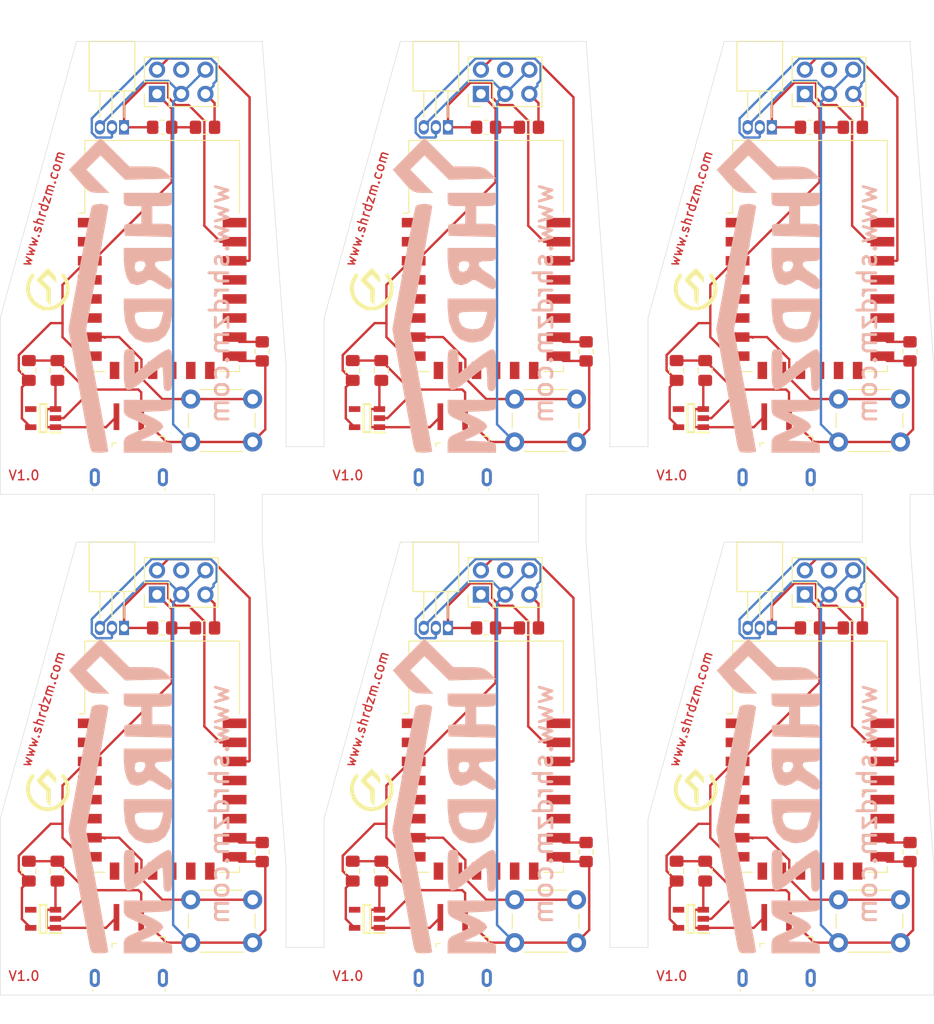
<source format=kicad_pcb>
(kicad_pcb (version 20171130) (host pcbnew "(5.1.9)-1")
  (layers (0 F.Cu signal) (31 B.Cu signal) (34 B.Paste user) (35 F.Paste user) (36 B.SilkS user) (37 F.SilkS user) (38 B.Mask user) (39 F.Mask user) (44 Edge.Cuts user))
  (net 0 "")
  (net 1 GND)
  (net 2 +5V)
  (net 3 +3V3)
  (net 4 "Net-(J2-Pad2)")
  (net 5 "Net-(J2-Pad4)")
  (net 6 "Net-(J2-Pad5)")
  (net 7 "Net-(Q1-Pad1)")
  (net 8 "Net-(R3-Pad2)")
  (net 9 "Net-(SW1-Pad1)")
  (net 10 "Net-(U2-Pad1)")
  (net 11 "Net-(U2-Pad2)")
  (net 12 "Net-(U2-Pad4)")
  (net 13 "Net-(U2-Pad5)")
  (net 14 "Net-(U2-Pad6)")
  (net 15 "Net-(U2-Pad9)")
  (net 16 "Net-(U2-Pad10)")
  (net 17 "Net-(U2-Pad11)")
  (net 18 "Net-(U2-Pad12)")
  (net 19 "Net-(U2-Pad13)")
  (net 20 "Net-(U2-Pad14)")
  (net 21 "Net-(U2-Pad17)")
  (net 22 "Net-(U2-Pad18)")
  (net 23 "Net-(U2-Pad19)")
  (net 24 "Net-(U2-Pad22)")
  (net 25 "Net-(IC1-Pad4)")
  (module "SHRDZM:SHRDZM Symbol 5x5" (layer F.Cu) (at 126.5 117)
    (fp_text reference G*** hide)
    (fp_text value LOGO hide)
  )
  (module "SHRDZM:SHRDZM Symbol 5x5" (layer F.Cu) (at 92.5 117)
    (fp_text reference G*** hide)
    (fp_text value LOGO hide)
  )
  (module "SHRDZM:SHRDZM Symbol 5x5" (layer F.Cu) (at 58.5 117)
    (fp_text reference G*** hide)
    (fp_text value LOGO hide)
  )
  (module "SHRDZM:SHRDZM Symbol 5x5" (layer F.Cu) (at 126.5 64.5)
    (fp_text reference G*** hide)
    (fp_text value LOGO hide)
  )
  (module "SHRDZM:SHRDZM Symbol 5x5" (layer F.Cu) (at 92.5 64.5)
    (fp_text reference G*** hide)
    (fp_text value LOGO hide)
  )
  (module "SHRDZM:SHRDZM 33x11" (layer B.Cu) (at 134 117.5 270)
    (fp_text reference G*** hide)
    (fp_text value LOGO hide)
  )
  (module "SHRDZM:SHRDZM 33x11" (layer B.Cu) (at 134 65 270)
    (fp_text reference G*** hide)
    (fp_text value LOGO hide)
  )
  (module "SHRDZM:SHRDZM 33x11" (layer B.Cu) (at 100 117.5 270)
    (fp_text reference G*** hide)
    (fp_text value LOGO hide)
  )
  (module "SHRDZM:SHRDZM 33x11" (layer B.Cu) (at 100 65 270)
    (fp_text reference G*** hide)
    (fp_text value LOGO hide)
  )
  (module Package_TO_SOT_THT:TO-92_Inline_Horizontal1 (layer F.Cu) (at 134.5 100 180)
    (fp_text reference Q1 hide)
    (fp_text value BC547)
    (pad 2 thru_hole oval (at 1.27 0 180) (size 1.05 1.5) (drill 0.75) (layers *.Cu *.Mask) (net 6 "Net-(J2-Pad5)"))
    (pad 3 thru_hole oval (at 2.54 0 180) (size 1.05 1.5) (drill 0.75) (layers *.Cu *.Mask) (net 1 GND))
    (pad 1 thru_hole rect (at 0 0 180) (size 1.05 1.5) (drill 0.75) (layers *.Cu *.Mask) (net 7 "Net-(Q1-Pad1)"))
  )
  (module ErichCollection:SOT95P282X145-5N (layer F.Cu) (at 126 78 180)
    (fp_text reference IC1 hide)
    (fp_text value ME6211C33M5G hide)
    (pad 1 smd rect (at -1.3 -0.95 270) (size 0.6 1.2) (layers F.Cu F.Paste F.Mask) (net 2 +5V))
    (pad 2 smd rect (at -1.3 0 270) (size 0.6 1.2) (layers F.Cu F.Paste F.Mask) (net 1 GND))
    (pad 3 smd rect (at -1.3 0.95 270) (size 0.6 1.2) (layers F.Cu F.Paste F.Mask) (net 2 +5V))
    (pad 4 smd rect (at 1.3 0.95 270) (size 0.6 1.2) (layers F.Cu F.Paste F.Mask) (net 25 "Net-(IC1-Pad4)"))
    (pad 5 smd rect (at 1.3 -0.95 270) (size 0.6 1.2) (layers F.Cu F.Paste F.Mask) (net 3 +3V3))
  )
  (module Package_TO_SOT_THT:TO-92_Inline_Horizontal1 (layer F.Cu) (at 134.5 47.5 180)
    (fp_text reference Q1 hide)
    (fp_text value BC547)
    (pad 1 thru_hole rect (at 0 0 180) (size 1.05 1.5) (drill 0.75) (layers *.Cu *.Mask) (net 7 "Net-(Q1-Pad1)"))
    (pad 3 thru_hole oval (at 2.54 0 180) (size 1.05 1.5) (drill 0.75) (layers *.Cu *.Mask) (net 1 GND))
    (pad 2 thru_hole oval (at 1.27 0 180) (size 1.05 1.5) (drill 0.75) (layers *.Cu *.Mask) (net 6 "Net-(J2-Pad5)"))
  )
  (module Resistor_SMD:R_0805_2012Metric_Pad1.20x1.40mm_HandSolder (layer F.Cu) (at 143 47.5 180)
    (fp_text reference R2 hide)
    (fp_text value 10k)
    (pad 2 smd roundrect (at 1 0 180) (size 1.2 1.4) (layers F.Cu F.Paste F.Mask) (roundrect_rratio 0.2083325) (net 3 +3V3))
    (pad 1 smd roundrect (at -1 0 180) (size 1.2 1.4) (layers F.Cu F.Paste F.Mask) (roundrect_rratio 0.2083325) (net 6 "Net-(J2-Pad5)"))
  )
  (module Button_Switch_THT:SW_PUSH_6mm (layer F.Cu) (at 141.5 128.5)
    (fp_text reference SW1 hide)
    (fp_text value SW_Push)
    (pad 1 thru_hole circle (at 6.5 0 90) (size 2 2) (drill 1.1) (layers *.Cu *.Mask) (net 9 "Net-(SW1-Pad1)"))
    (pad 2 thru_hole circle (at 6.5 4.5 90) (size 2 2) (drill 1.1) (layers *.Cu *.Mask) (net 1 GND))
    (pad 1 thru_hole circle (at 0 0 90) (size 2 2) (drill 1.1) (layers *.Cu *.Mask) (net 9 "Net-(SW1-Pad1)"))
    (pad 2 thru_hole circle (at 0 4.5 90) (size 2 2) (drill 1.1) (layers *.Cu *.Mask) (net 1 GND))
  )
  (module Capacitor_SMD:C_0805_2012Metric_Pad1.18x1.45mm_HandSolder (layer F.Cu) (at 127.5 125.5 90)
    (fp_text reference C1 hide)
    (fp_text value 1uF)
    (pad 2 smd roundrect (at 1.0375 0 90) (size 1.175 1.45) (layers F.Cu F.Paste F.Mask) (roundrect_rratio 0.212766) (net 1 GND))
    (pad 1 smd roundrect (at -1.0375 0 90) (size 1.175 1.45) (layers F.Cu F.Paste F.Mask) (roundrect_rratio 0.212766) (net 2 +5V))
  )
  (module Connector_PinHeader_2.54mm:PinHeader_2x03_P2.54mm_Vertical (layer F.Cu) (at 137.96 96.5 90)
    (fp_text reference J2 hide)
    (fp_text value Conn_02x03_Odd_Even)
    (pad 6 thru_hole oval (at 2.54 5.08 90) (size 1.7 1.7) (drill 1) (layers *.Cu *.Mask) (net 1 GND))
    (pad 5 thru_hole oval (at 0 5.08 90) (size 1.7 1.7) (drill 1) (layers *.Cu *.Mask) (net 6 "Net-(J2-Pad5)"))
    (pad 4 thru_hole oval (at 2.54 2.54 90) (size 1.7 1.7) (drill 1) (layers *.Cu *.Mask) (net 5 "Net-(J2-Pad4)"))
    (pad 3 thru_hole oval (at 0 2.54 90) (size 1.7 1.7) (drill 1) (layers *.Cu *.Mask) (net 1 GND))
    (pad 2 thru_hole oval (at 2.54 0 90) (size 1.7 1.7) (drill 1) (layers *.Cu *.Mask) (net 4 "Net-(J2-Pad2)"))
    (pad 1 thru_hole rect (at 0 0 90) (size 1.7 1.7) (drill 1) (layers *.Cu *.Mask) (net 3 +3V3))
  )
  (module ErichCollection:SOT95P282X145-5N (layer F.Cu) (at 126 130.5 180)
    (fp_text reference IC1 hide)
    (fp_text value ME6211C33M5G hide)
    (pad 5 smd rect (at 1.3 -0.95 270) (size 0.6 1.2) (layers F.Cu F.Paste F.Mask) (net 3 +3V3))
    (pad 4 smd rect (at 1.3 0.95 270) (size 0.6 1.2) (layers F.Cu F.Paste F.Mask) (net 25 "Net-(IC1-Pad4)"))
    (pad 3 smd rect (at -1.3 0.95 270) (size 0.6 1.2) (layers F.Cu F.Paste F.Mask) (net 2 +5V))
    (pad 2 smd rect (at -1.3 0 270) (size 0.6 1.2) (layers F.Cu F.Paste F.Mask) (net 1 GND))
    (pad 1 smd rect (at -1.3 -0.95 270) (size 0.6 1.2) (layers F.Cu F.Paste F.Mask) (net 2 +5V))
  )
  (module Resistor_SMD:R_0805_2012Metric_Pad1.20x1.40mm_HandSolder (layer F.Cu) (at 138.5 47.5 180)
    (fp_text reference R1 hide)
    (fp_text value 10k)
    (pad 2 smd roundrect (at 1 0 180) (size 1.2 1.4) (layers F.Cu F.Paste F.Mask) (roundrect_rratio 0.2083325) (net 7 "Net-(Q1-Pad1)"))
    (pad 1 smd roundrect (at -1 0 180) (size 1.2 1.4) (layers F.Cu F.Paste F.Mask) (roundrect_rratio 0.2083325) (net 3 +3V3))
  )
  (module Connector_PinHeader_2.54mm:PinHeader_2x03_P2.54mm_Vertical (layer F.Cu) (at 137.96 44 90)
    (fp_text reference J2 hide)
    (fp_text value Conn_02x03_Odd_Even)
    (pad 1 thru_hole rect (at 0 0 90) (size 1.7 1.7) (drill 1) (layers *.Cu *.Mask) (net 3 +3V3))
    (pad 2 thru_hole oval (at 2.54 0 90) (size 1.7 1.7) (drill 1) (layers *.Cu *.Mask) (net 4 "Net-(J2-Pad2)"))
    (pad 3 thru_hole oval (at 0 2.54 90) (size 1.7 1.7) (drill 1) (layers *.Cu *.Mask) (net 1 GND))
    (pad 4 thru_hole oval (at 2.54 2.54 90) (size 1.7 1.7) (drill 1) (layers *.Cu *.Mask) (net 5 "Net-(J2-Pad4)"))
    (pad 5 thru_hole oval (at 0 5.08 90) (size 1.7 1.7) (drill 1) (layers *.Cu *.Mask) (net 6 "Net-(J2-Pad5)"))
    (pad 6 thru_hole oval (at 2.54 5.08 90) (size 1.7 1.7) (drill 1) (layers *.Cu *.Mask) (net 1 GND))
  )
  (module Capacitor_SMD:C_0805_2012Metric_Pad1.18x1.45mm_HandSolder (layer F.Cu) (at 127.5 73 90)
    (fp_text reference C1 hide)
    (fp_text value 1uF)
    (pad 1 smd roundrect (at -1.0375 0 90) (size 1.175 1.45) (layers F.Cu F.Paste F.Mask) (roundrect_rratio 0.212766) (net 2 +5V))
    (pad 2 smd roundrect (at 1.0375 0 90) (size 1.175 1.45) (layers F.Cu F.Paste F.Mask) (roundrect_rratio 0.212766) (net 1 GND))
  )
  (module Capacitor_SMD:C_0805_2012Metric_Pad1.18x1.45mm_HandSolder (layer F.Cu) (at 124.5 73 90)
    (fp_text reference C2 hide)
    (fp_text value 1uF)
    (pad 2 smd roundrect (at 1.0375 0 90) (size 1.175 1.45) (layers F.Cu F.Paste F.Mask) (roundrect_rratio 0.212766) (net 1 GND))
    (pad 1 smd roundrect (at -1.0375 0 90) (size 1.175 1.45) (layers F.Cu F.Paste F.Mask) (roundrect_rratio 0.212766) (net 3 +3V3))
  )
  (module RF_Module:ESP-12E (layer F.Cu) (at 138.5 61)
    (fp_text reference U2 hide)
    (fp_text value ESP-12F)
    (pad 1 smd rect (at -7.6 -3.5) (size 2.5 1) (layers F.Cu F.Paste F.Mask) (net 10 "Net-(U2-Pad1)"))
    (pad 2 smd rect (at -7.6 -1.5) (size 2.5 1) (layers F.Cu F.Paste F.Mask) (net 11 "Net-(U2-Pad2)"))
    (pad 3 smd rect (at -7.6 0.5) (size 2.5 1) (layers F.Cu F.Paste F.Mask) (net 3 +3V3))
    (pad 4 smd rect (at -7.6 2.5) (size 2.5 1) (layers F.Cu F.Paste F.Mask) (net 12 "Net-(U2-Pad4)"))
    (pad 5 smd rect (at -7.6 4.5) (size 2.5 1) (layers F.Cu F.Paste F.Mask) (net 13 "Net-(U2-Pad5)"))
    (pad 6 smd rect (at -7.6 6.5) (size 2.5 1) (layers F.Cu F.Paste F.Mask) (net 14 "Net-(U2-Pad6)"))
    (pad 7 smd rect (at -7.6 8.5) (size 2.5 1) (layers F.Cu F.Paste F.Mask) (net 9 "Net-(SW1-Pad1)"))
    (pad 8 smd rect (at -7.6 10.5) (size 2.5 1) (layers F.Cu F.Paste F.Mask) (net 3 +3V3))
    (pad 9 smd rect (at -5 12) (size 1 1.8) (layers F.Cu F.Paste F.Mask) (net 15 "Net-(U2-Pad9)"))
    (pad 10 smd rect (at -3 12) (size 1 1.8) (layers F.Cu F.Paste F.Mask) (net 16 "Net-(U2-Pad10)"))
    (pad 11 smd rect (at -1 12) (size 1 1.8) (layers F.Cu F.Paste F.Mask) (net 17 "Net-(U2-Pad11)"))
    (pad 12 smd rect (at 1 12) (size 1 1.8) (layers F.Cu F.Paste F.Mask) (net 18 "Net-(U2-Pad12)"))
    (pad 13 smd rect (at 3 12) (size 1 1.8) (layers F.Cu F.Paste F.Mask) (net 19 "Net-(U2-Pad13)"))
    (pad 14 smd rect (at 5 12) (size 1 1.8) (layers F.Cu F.Paste F.Mask) (net 20 "Net-(U2-Pad14)"))
    (pad 15 smd rect (at 7.6 10.5) (size 2.5 1) (layers F.Cu F.Paste F.Mask) (net 1 GND))
    (pad 16 smd rect (at 7.6 8.5) (size 2.5 1) (layers F.Cu F.Paste F.Mask) (net 8 "Net-(R3-Pad2)"))
    (pad 17 smd rect (at 7.6 6.5) (size 2.5 1) (layers F.Cu F.Paste F.Mask) (net 21 "Net-(U2-Pad17)"))
    (pad 18 smd rect (at 7.6 4.5) (size 2.5 1) (layers F.Cu F.Paste F.Mask) (net 22 "Net-(U2-Pad18)"))
    (pad 19 smd rect (at 7.6 2.5) (size 2.5 1) (layers F.Cu F.Paste F.Mask) (net 23 "Net-(U2-Pad19)"))
    (pad 20 smd rect (at 7.6 0.5) (size 2.5 1) (layers F.Cu F.Paste F.Mask) (net 4 "Net-(J2-Pad2)"))
    (pad 21 smd rect (at 7.6 -1.5) (size 2.5 1) (layers F.Cu F.Paste F.Mask) (net 7 "Net-(Q1-Pad1)"))
    (pad 22 smd rect (at 7.6 -3.5) (size 2.5 1) (layers F.Cu F.Paste F.Mask) (net 24 "Net-(U2-Pad22)"))
  )
  (module Resistor_SMD:R_0805_2012Metric_Pad1.20x1.40mm_HandSolder (layer F.Cu) (at 138.5 100 180)
    (fp_text reference R1 hide)
    (fp_text value 10k)
    (pad 1 smd roundrect (at -1 0 180) (size 1.2 1.4) (layers F.Cu F.Paste F.Mask) (roundrect_rratio 0.2083325) (net 3 +3V3))
    (pad 2 smd roundrect (at 1 0 180) (size 1.2 1.4) (layers F.Cu F.Paste F.Mask) (roundrect_rratio 0.2083325) (net 7 "Net-(Q1-Pad1)"))
  )
  (module Resistor_SMD:R_0805_2012Metric_Pad1.20x1.40mm_HandSolder (layer F.Cu) (at 149 71 90)
    (fp_text reference R3 hide)
    (fp_text value 10k)
    (pad 2 smd roundrect (at 1 0 90) (size 1.2 1.4) (layers F.Cu F.Paste F.Mask) (roundrect_rratio 0.2083325) (net 8 "Net-(R3-Pad2)"))
    (pad 1 smd roundrect (at -1 0 90) (size 1.2 1.4) (layers F.Cu F.Paste F.Mask) (roundrect_rratio 0.2083325) (net 1 GND))
  )
  (module Button_Switch_THT:SW_PUSH_6mm (layer F.Cu) (at 141.5 76)
    (fp_text reference SW1 hide)
    (fp_text value SW_Push)
    (pad 2 thru_hole circle (at 0 4.5 90) (size 2 2) (drill 1.1) (layers *.Cu *.Mask) (net 1 GND))
    (pad 1 thru_hole circle (at 0 0 90) (size 2 2) (drill 1.1) (layers *.Cu *.Mask) (net 9 "Net-(SW1-Pad1)"))
    (pad 2 thru_hole circle (at 6.5 4.5 90) (size 2 2) (drill 1.1) (layers *.Cu *.Mask) (net 1 GND))
    (pad 1 thru_hole circle (at 6.5 0 90) (size 2 2) (drill 1.1) (layers *.Cu *.Mask) (net 9 "Net-(SW1-Pad1)"))
  )
  (module SHRDZM:USB_Micro-B_Power (layer F.Cu) (at 135 83)
    (fp_text reference J1 hide)
    (fp_text value USB_B_Micro_Power)
    (pad 1 smd rect (at -1.3 -5.15) (size 0.6 2.8) (layers F.Cu F.Paste F.Mask) (net 2 +5V))
    (pad 5 smd rect (at 1.3 -5.15) (size 0.6 2.8) (layers F.Cu F.Paste F.Mask) (net 1 GND))
    (pad "" thru_hole oval (at -3.575 1.2 180) (size 1.05 1.9) (drill oval 0.45 1.25) (layers *.Cu *.Mask))
    (pad "" thru_hole oval (at 3.575 1.2) (size 1.05 1.9) (drill oval 0.45 1.25) (layers *.Cu *.Mask))
  )
  (module Resistor_SMD:R_0805_2012Metric_Pad1.20x1.40mm_HandSolder (layer F.Cu) (at 143 100 180)
    (fp_text reference R2 hide)
    (fp_text value 10k)
    (pad 1 smd roundrect (at -1 0 180) (size 1.2 1.4) (layers F.Cu F.Paste F.Mask) (roundrect_rratio 0.2083325) (net 6 "Net-(J2-Pad5)"))
    (pad 2 smd roundrect (at 1 0 180) (size 1.2 1.4) (layers F.Cu F.Paste F.Mask) (roundrect_rratio 0.2083325) (net 3 +3V3))
  )
  (module Capacitor_SMD:C_0805_2012Metric_Pad1.18x1.45mm_HandSolder (layer F.Cu) (at 124.5 125.5 90)
    (fp_text reference C2 hide)
    (fp_text value 1uF)
    (pad 1 smd roundrect (at -1.0375 0 90) (size 1.175 1.45) (layers F.Cu F.Paste F.Mask) (roundrect_rratio 0.212766) (net 3 +3V3))
    (pad 2 smd roundrect (at 1.0375 0 90) (size 1.175 1.45) (layers F.Cu F.Paste F.Mask) (roundrect_rratio 0.212766) (net 1 GND))
  )
  (module RF_Module:ESP-12E (layer F.Cu) (at 138.5 113.5)
    (fp_text reference U2 hide)
    (fp_text value ESP-12F)
    (pad 22 smd rect (at 7.6 -3.5) (size 2.5 1) (layers F.Cu F.Paste F.Mask) (net 24 "Net-(U2-Pad22)"))
    (pad 21 smd rect (at 7.6 -1.5) (size 2.5 1) (layers F.Cu F.Paste F.Mask) (net 7 "Net-(Q1-Pad1)"))
    (pad 20 smd rect (at 7.6 0.5) (size 2.5 1) (layers F.Cu F.Paste F.Mask) (net 4 "Net-(J2-Pad2)"))
    (pad 19 smd rect (at 7.6 2.5) (size 2.5 1) (layers F.Cu F.Paste F.Mask) (net 23 "Net-(U2-Pad19)"))
    (pad 18 smd rect (at 7.6 4.5) (size 2.5 1) (layers F.Cu F.Paste F.Mask) (net 22 "Net-(U2-Pad18)"))
    (pad 17 smd rect (at 7.6 6.5) (size 2.5 1) (layers F.Cu F.Paste F.Mask) (net 21 "Net-(U2-Pad17)"))
    (pad 16 smd rect (at 7.6 8.5) (size 2.5 1) (layers F.Cu F.Paste F.Mask) (net 8 "Net-(R3-Pad2)"))
    (pad 15 smd rect (at 7.6 10.5) (size 2.5 1) (layers F.Cu F.Paste F.Mask) (net 1 GND))
    (pad 14 smd rect (at 5 12) (size 1 1.8) (layers F.Cu F.Paste F.Mask) (net 20 "Net-(U2-Pad14)"))
    (pad 13 smd rect (at 3 12) (size 1 1.8) (layers F.Cu F.Paste F.Mask) (net 19 "Net-(U2-Pad13)"))
    (pad 12 smd rect (at 1 12) (size 1 1.8) (layers F.Cu F.Paste F.Mask) (net 18 "Net-(U2-Pad12)"))
    (pad 11 smd rect (at -1 12) (size 1 1.8) (layers F.Cu F.Paste F.Mask) (net 17 "Net-(U2-Pad11)"))
    (pad 10 smd rect (at -3 12) (size 1 1.8) (layers F.Cu F.Paste F.Mask) (net 16 "Net-(U2-Pad10)"))
    (pad 9 smd rect (at -5 12) (size 1 1.8) (layers F.Cu F.Paste F.Mask) (net 15 "Net-(U2-Pad9)"))
    (pad 8 smd rect (at -7.6 10.5) (size 2.5 1) (layers F.Cu F.Paste F.Mask) (net 3 +3V3))
    (pad 7 smd rect (at -7.6 8.5) (size 2.5 1) (layers F.Cu F.Paste F.Mask) (net 9 "Net-(SW1-Pad1)"))
    (pad 6 smd rect (at -7.6 6.5) (size 2.5 1) (layers F.Cu F.Paste F.Mask) (net 14 "Net-(U2-Pad6)"))
    (pad 5 smd rect (at -7.6 4.5) (size 2.5 1) (layers F.Cu F.Paste F.Mask) (net 13 "Net-(U2-Pad5)"))
    (pad 4 smd rect (at -7.6 2.5) (size 2.5 1) (layers F.Cu F.Paste F.Mask) (net 12 "Net-(U2-Pad4)"))
    (pad 3 smd rect (at -7.6 0.5) (size 2.5 1) (layers F.Cu F.Paste F.Mask) (net 3 +3V3))
    (pad 2 smd rect (at -7.6 -1.5) (size 2.5 1) (layers F.Cu F.Paste F.Mask) (net 11 "Net-(U2-Pad2)"))
    (pad 1 smd rect (at -7.6 -3.5) (size 2.5 1) (layers F.Cu F.Paste F.Mask) (net 10 "Net-(U2-Pad1)"))
  )
  (module Resistor_SMD:R_0805_2012Metric_Pad1.20x1.40mm_HandSolder (layer F.Cu) (at 149 123.5 90)
    (fp_text reference R3 hide)
    (fp_text value 10k)
    (pad 1 smd roundrect (at -1 0 90) (size 1.2 1.4) (layers F.Cu F.Paste F.Mask) (roundrect_rratio 0.2083325) (net 1 GND))
    (pad 2 smd roundrect (at 1 0 90) (size 1.2 1.4) (layers F.Cu F.Paste F.Mask) (roundrect_rratio 0.2083325) (net 8 "Net-(R3-Pad2)"))
  )
  (module SHRDZM:USB_Micro-B_Power (layer F.Cu) (at 135 135.5)
    (fp_text reference J1 hide)
    (fp_text value USB_B_Micro_Power)
    (pad "" thru_hole oval (at 3.575 1.2) (size 1.05 1.9) (drill oval 0.45 1.25) (layers *.Cu *.Mask))
    (pad "" thru_hole oval (at -3.575 1.2 180) (size 1.05 1.9) (drill oval 0.45 1.25) (layers *.Cu *.Mask))
    (pad 5 smd rect (at 1.3 -5.15) (size 0.6 2.8) (layers F.Cu F.Paste F.Mask) (net 1 GND))
    (pad 1 smd rect (at -1.3 -5.15) (size 0.6 2.8) (layers F.Cu F.Paste F.Mask) (net 2 +5V))
  )
  (module SHRDZM:USB_Micro-B_Power (layer F.Cu) (at 101 83)
    (fp_text reference J1 hide)
    (fp_text value USB_B_Micro_Power)
    (pad "" thru_hole oval (at 3.575 1.2) (size 1.05 1.9) (drill oval 0.45 1.25) (layers *.Cu *.Mask))
    (pad "" thru_hole oval (at -3.575 1.2 180) (size 1.05 1.9) (drill oval 0.45 1.25) (layers *.Cu *.Mask))
    (pad 5 smd rect (at 1.3 -5.15) (size 0.6 2.8) (layers F.Cu F.Paste F.Mask) (net 1 GND))
    (pad 1 smd rect (at -1.3 -5.15) (size 0.6 2.8) (layers F.Cu F.Paste F.Mask) (net 2 +5V))
  )
  (module Resistor_SMD:R_0805_2012Metric_Pad1.20x1.40mm_HandSolder (layer F.Cu) (at 115 71 90)
    (fp_text reference R3 hide)
    (fp_text value 10k)
    (pad 1 smd roundrect (at -1 0 90) (size 1.2 1.4) (layers F.Cu F.Paste F.Mask) (roundrect_rratio 0.2083325) (net 1 GND))
    (pad 2 smd roundrect (at 1 0 90) (size 1.2 1.4) (layers F.Cu F.Paste F.Mask) (roundrect_rratio 0.2083325) (net 8 "Net-(R3-Pad2)"))
  )
  (module Package_TO_SOT_THT:TO-92_Inline_Horizontal1 (layer F.Cu) (at 100.5 47.5 180)
    (fp_text reference Q1 hide)
    (fp_text value BC547)
    (pad 2 thru_hole oval (at 1.27 0 180) (size 1.05 1.5) (drill 0.75) (layers *.Cu *.Mask) (net 6 "Net-(J2-Pad5)"))
    (pad 3 thru_hole oval (at 2.54 0 180) (size 1.05 1.5) (drill 0.75) (layers *.Cu *.Mask) (net 1 GND))
    (pad 1 thru_hole rect (at 0 0 180) (size 1.05 1.5) (drill 0.75) (layers *.Cu *.Mask) (net 7 "Net-(Q1-Pad1)"))
  )
  (module Resistor_SMD:R_0805_2012Metric_Pad1.20x1.40mm_HandSolder (layer F.Cu) (at 109 47.5 180)
    (fp_text reference R2 hide)
    (fp_text value 10k)
    (pad 1 smd roundrect (at -1 0 180) (size 1.2 1.4) (layers F.Cu F.Paste F.Mask) (roundrect_rratio 0.2083325) (net 6 "Net-(J2-Pad5)"))
    (pad 2 smd roundrect (at 1 0 180) (size 1.2 1.4) (layers F.Cu F.Paste F.Mask) (roundrect_rratio 0.2083325) (net 3 +3V3))
  )
  (module Resistor_SMD:R_0805_2012Metric_Pad1.20x1.40mm_HandSolder (layer F.Cu) (at 115 123.5 90)
    (fp_text reference R3 hide)
    (fp_text value 10k)
    (pad 2 smd roundrect (at 1 0 90) (size 1.2 1.4) (layers F.Cu F.Paste F.Mask) (roundrect_rratio 0.2083325) (net 8 "Net-(R3-Pad2)"))
    (pad 1 smd roundrect (at -1 0 90) (size 1.2 1.4) (layers F.Cu F.Paste F.Mask) (roundrect_rratio 0.2083325) (net 1 GND))
  )
  (module Package_TO_SOT_THT:TO-92_Inline_Horizontal1 (layer F.Cu) (at 100.5 100 180)
    (fp_text reference Q1 hide)
    (fp_text value BC547)
    (pad 1 thru_hole rect (at 0 0 180) (size 1.05 1.5) (drill 0.75) (layers *.Cu *.Mask) (net 7 "Net-(Q1-Pad1)"))
    (pad 3 thru_hole oval (at 2.54 0 180) (size 1.05 1.5) (drill 0.75) (layers *.Cu *.Mask) (net 1 GND))
    (pad 2 thru_hole oval (at 1.27 0 180) (size 1.05 1.5) (drill 0.75) (layers *.Cu *.Mask) (net 6 "Net-(J2-Pad5)"))
  )
  (module Resistor_SMD:R_0805_2012Metric_Pad1.20x1.40mm_HandSolder (layer F.Cu) (at 109 100 180)
    (fp_text reference R2 hide)
    (fp_text value 10k)
    (pad 2 smd roundrect (at 1 0 180) (size 1.2 1.4) (layers F.Cu F.Paste F.Mask) (roundrect_rratio 0.2083325) (net 3 +3V3))
    (pad 1 smd roundrect (at -1 0 180) (size 1.2 1.4) (layers F.Cu F.Paste F.Mask) (roundrect_rratio 0.2083325) (net 6 "Net-(J2-Pad5)"))
  )
  (module Connector_PinHeader_2.54mm:PinHeader_2x03_P2.54mm_Vertical (layer F.Cu) (at 103.96 96.5 90)
    (fp_text reference J2 hide)
    (fp_text value Conn_02x03_Odd_Even)
    (pad 1 thru_hole rect (at 0 0 90) (size 1.7 1.7) (drill 1) (layers *.Cu *.Mask) (net 3 +3V3))
    (pad 2 thru_hole oval (at 2.54 0 90) (size 1.7 1.7) (drill 1) (layers *.Cu *.Mask) (net 4 "Net-(J2-Pad2)"))
    (pad 3 thru_hole oval (at 0 2.54 90) (size 1.7 1.7) (drill 1) (layers *.Cu *.Mask) (net 1 GND))
    (pad 4 thru_hole oval (at 2.54 2.54 90) (size 1.7 1.7) (drill 1) (layers *.Cu *.Mask) (net 5 "Net-(J2-Pad4)"))
    (pad 5 thru_hole oval (at 0 5.08 90) (size 1.7 1.7) (drill 1) (layers *.Cu *.Mask) (net 6 "Net-(J2-Pad5)"))
    (pad 6 thru_hole oval (at 2.54 5.08 90) (size 1.7 1.7) (drill 1) (layers *.Cu *.Mask) (net 1 GND))
  )
  (module Resistor_SMD:R_0805_2012Metric_Pad1.20x1.40mm_HandSolder (layer F.Cu) (at 104.5 100 180)
    (fp_text reference R1 hide)
    (fp_text value 10k)
    (pad 2 smd roundrect (at 1 0 180) (size 1.2 1.4) (layers F.Cu F.Paste F.Mask) (roundrect_rratio 0.2083325) (net 7 "Net-(Q1-Pad1)"))
    (pad 1 smd roundrect (at -1 0 180) (size 1.2 1.4) (layers F.Cu F.Paste F.Mask) (roundrect_rratio 0.2083325) (net 3 +3V3))
  )
  (module ErichCollection:SOT95P282X145-5N (layer F.Cu) (at 92 130.5 180)
    (fp_text reference IC1 hide)
    (fp_text value ME6211C33M5G hide)
    (pad 1 smd rect (at -1.3 -0.95 270) (size 0.6 1.2) (layers F.Cu F.Paste F.Mask) (net 2 +5V))
    (pad 2 smd rect (at -1.3 0 270) (size 0.6 1.2) (layers F.Cu F.Paste F.Mask) (net 1 GND))
    (pad 3 smd rect (at -1.3 0.95 270) (size 0.6 1.2) (layers F.Cu F.Paste F.Mask) (net 2 +5V))
    (pad 4 smd rect (at 1.3 0.95 270) (size 0.6 1.2) (layers F.Cu F.Paste F.Mask) (net 25 "Net-(IC1-Pad4)"))
    (pad 5 smd rect (at 1.3 -0.95 270) (size 0.6 1.2) (layers F.Cu F.Paste F.Mask) (net 3 +3V3))
  )
  (module Connector_PinHeader_2.54mm:PinHeader_2x03_P2.54mm_Vertical (layer F.Cu) (at 103.96 44 90)
    (fp_text reference J2 hide)
    (fp_text value Conn_02x03_Odd_Even)
    (pad 6 thru_hole oval (at 2.54 5.08 90) (size 1.7 1.7) (drill 1) (layers *.Cu *.Mask) (net 1 GND))
    (pad 5 thru_hole oval (at 0 5.08 90) (size 1.7 1.7) (drill 1) (layers *.Cu *.Mask) (net 6 "Net-(J2-Pad5)"))
    (pad 4 thru_hole oval (at 2.54 2.54 90) (size 1.7 1.7) (drill 1) (layers *.Cu *.Mask) (net 5 "Net-(J2-Pad4)"))
    (pad 3 thru_hole oval (at 0 2.54 90) (size 1.7 1.7) (drill 1) (layers *.Cu *.Mask) (net 1 GND))
    (pad 2 thru_hole oval (at 2.54 0 90) (size 1.7 1.7) (drill 1) (layers *.Cu *.Mask) (net 4 "Net-(J2-Pad2)"))
    (pad 1 thru_hole rect (at 0 0 90) (size 1.7 1.7) (drill 1) (layers *.Cu *.Mask) (net 3 +3V3))
  )
  (module SHRDZM:USB_Micro-B_Power (layer F.Cu) (at 101 135.5)
    (fp_text reference J1 hide)
    (fp_text value USB_B_Micro_Power)
    (pad 1 smd rect (at -1.3 -5.15) (size 0.6 2.8) (layers F.Cu F.Paste F.Mask) (net 2 +5V))
    (pad 5 smd rect (at 1.3 -5.15) (size 0.6 2.8) (layers F.Cu F.Paste F.Mask) (net 1 GND))
    (pad "" thru_hole oval (at -3.575 1.2 180) (size 1.05 1.9) (drill oval 0.45 1.25) (layers *.Cu *.Mask))
    (pad "" thru_hole oval (at 3.575 1.2) (size 1.05 1.9) (drill oval 0.45 1.25) (layers *.Cu *.Mask))
  )
  (module Capacitor_SMD:C_0805_2012Metric_Pad1.18x1.45mm_HandSolder (layer F.Cu) (at 90.5 125.5 90)
    (fp_text reference C2 hide)
    (fp_text value 1uF)
    (pad 2 smd roundrect (at 1.0375 0 90) (size 1.175 1.45) (layers F.Cu F.Paste F.Mask) (roundrect_rratio 0.212766) (net 1 GND))
    (pad 1 smd roundrect (at -1.0375 0 90) (size 1.175 1.45) (layers F.Cu F.Paste F.Mask) (roundrect_rratio 0.212766) (net 3 +3V3))
  )
  (module Capacitor_SMD:C_0805_2012Metric_Pad1.18x1.45mm_HandSolder (layer F.Cu) (at 93.5 125.5 90)
    (fp_text reference C1 hide)
    (fp_text value 1uF)
    (pad 1 smd roundrect (at -1.0375 0 90) (size 1.175 1.45) (layers F.Cu F.Paste F.Mask) (roundrect_rratio 0.212766) (net 2 +5V))
    (pad 2 smd roundrect (at 1.0375 0 90) (size 1.175 1.45) (layers F.Cu F.Paste F.Mask) (roundrect_rratio 0.212766) (net 1 GND))
  )
  (module Button_Switch_THT:SW_PUSH_6mm (layer F.Cu) (at 107.5 128.5)
    (fp_text reference SW1 hide)
    (fp_text value SW_Push)
    (pad 2 thru_hole circle (at 0 4.5 90) (size 2 2) (drill 1.1) (layers *.Cu *.Mask) (net 1 GND))
    (pad 1 thru_hole circle (at 0 0 90) (size 2 2) (drill 1.1) (layers *.Cu *.Mask) (net 9 "Net-(SW1-Pad1)"))
    (pad 2 thru_hole circle (at 6.5 4.5 90) (size 2 2) (drill 1.1) (layers *.Cu *.Mask) (net 1 GND))
    (pad 1 thru_hole circle (at 6.5 0 90) (size 2 2) (drill 1.1) (layers *.Cu *.Mask) (net 9 "Net-(SW1-Pad1)"))
  )
  (module RF_Module:ESP-12E (layer F.Cu) (at 104.5 113.5)
    (fp_text reference U2 hide)
    (fp_text value ESP-12F)
    (pad 1 smd rect (at -7.6 -3.5) (size 2.5 1) (layers F.Cu F.Paste F.Mask) (net 10 "Net-(U2-Pad1)"))
    (pad 2 smd rect (at -7.6 -1.5) (size 2.5 1) (layers F.Cu F.Paste F.Mask) (net 11 "Net-(U2-Pad2)"))
    (pad 3 smd rect (at -7.6 0.5) (size 2.5 1) (layers F.Cu F.Paste F.Mask) (net 3 +3V3))
    (pad 4 smd rect (at -7.6 2.5) (size 2.5 1) (layers F.Cu F.Paste F.Mask) (net 12 "Net-(U2-Pad4)"))
    (pad 5 smd rect (at -7.6 4.5) (size 2.5 1) (layers F.Cu F.Paste F.Mask) (net 13 "Net-(U2-Pad5)"))
    (pad 6 smd rect (at -7.6 6.5) (size 2.5 1) (layers F.Cu F.Paste F.Mask) (net 14 "Net-(U2-Pad6)"))
    (pad 7 smd rect (at -7.6 8.5) (size 2.5 1) (layers F.Cu F.Paste F.Mask) (net 9 "Net-(SW1-Pad1)"))
    (pad 8 smd rect (at -7.6 10.5) (size 2.5 1) (layers F.Cu F.Paste F.Mask) (net 3 +3V3))
    (pad 9 smd rect (at -5 12) (size 1 1.8) (layers F.Cu F.Paste F.Mask) (net 15 "Net-(U2-Pad9)"))
    (pad 10 smd rect (at -3 12) (size 1 1.8) (layers F.Cu F.Paste F.Mask) (net 16 "Net-(U2-Pad10)"))
    (pad 11 smd rect (at -1 12) (size 1 1.8) (layers F.Cu F.Paste F.Mask) (net 17 "Net-(U2-Pad11)"))
    (pad 12 smd rect (at 1 12) (size 1 1.8) (layers F.Cu F.Paste F.Mask) (net 18 "Net-(U2-Pad12)"))
    (pad 13 smd rect (at 3 12) (size 1 1.8) (layers F.Cu F.Paste F.Mask) (net 19 "Net-(U2-Pad13)"))
    (pad 14 smd rect (at 5 12) (size 1 1.8) (layers F.Cu F.Paste F.Mask) (net 20 "Net-(U2-Pad14)"))
    (pad 15 smd rect (at 7.6 10.5) (size 2.5 1) (layers F.Cu F.Paste F.Mask) (net 1 GND))
    (pad 16 smd rect (at 7.6 8.5) (size 2.5 1) (layers F.Cu F.Paste F.Mask) (net 8 "Net-(R3-Pad2)"))
    (pad 17 smd rect (at 7.6 6.5) (size 2.5 1) (layers F.Cu F.Paste F.Mask) (net 21 "Net-(U2-Pad17)"))
    (pad 18 smd rect (at 7.6 4.5) (size 2.5 1) (layers F.Cu F.Paste F.Mask) (net 22 "Net-(U2-Pad18)"))
    (pad 19 smd rect (at 7.6 2.5) (size 2.5 1) (layers F.Cu F.Paste F.Mask) (net 23 "Net-(U2-Pad19)"))
    (pad 20 smd rect (at 7.6 0.5) (size 2.5 1) (layers F.Cu F.Paste F.Mask) (net 4 "Net-(J2-Pad2)"))
    (pad 21 smd rect (at 7.6 -1.5) (size 2.5 1) (layers F.Cu F.Paste F.Mask) (net 7 "Net-(Q1-Pad1)"))
    (pad 22 smd rect (at 7.6 -3.5) (size 2.5 1) (layers F.Cu F.Paste F.Mask) (net 24 "Net-(U2-Pad22)"))
  )
  (module Button_Switch_THT:SW_PUSH_6mm (layer F.Cu) (at 107.5 76)
    (fp_text reference SW1 hide)
    (fp_text value SW_Push)
    (pad 1 thru_hole circle (at 6.5 0 90) (size 2 2) (drill 1.1) (layers *.Cu *.Mask) (net 9 "Net-(SW1-Pad1)"))
    (pad 2 thru_hole circle (at 6.5 4.5 90) (size 2 2) (drill 1.1) (layers *.Cu *.Mask) (net 1 GND))
    (pad 1 thru_hole circle (at 0 0 90) (size 2 2) (drill 1.1) (layers *.Cu *.Mask) (net 9 "Net-(SW1-Pad1)"))
    (pad 2 thru_hole circle (at 0 4.5 90) (size 2 2) (drill 1.1) (layers *.Cu *.Mask) (net 1 GND))
  )
  (module Resistor_SMD:R_0805_2012Metric_Pad1.20x1.40mm_HandSolder (layer F.Cu) (at 104.5 47.5 180)
    (fp_text reference R1 hide)
    (fp_text value 10k)
    (pad 1 smd roundrect (at -1 0 180) (size 1.2 1.4) (layers F.Cu F.Paste F.Mask) (roundrect_rratio 0.2083325) (net 3 +3V3))
    (pad 2 smd roundrect (at 1 0 180) (size 1.2 1.4) (layers F.Cu F.Paste F.Mask) (roundrect_rratio 0.2083325) (net 7 "Net-(Q1-Pad1)"))
  )
  (module Capacitor_SMD:C_0805_2012Metric_Pad1.18x1.45mm_HandSolder (layer F.Cu) (at 93.5 73 90)
    (fp_text reference C1 hide)
    (fp_text value 1uF)
    (pad 2 smd roundrect (at 1.0375 0 90) (size 1.175 1.45) (layers F.Cu F.Paste F.Mask) (roundrect_rratio 0.212766) (net 1 GND))
    (pad 1 smd roundrect (at -1.0375 0 90) (size 1.175 1.45) (layers F.Cu F.Paste F.Mask) (roundrect_rratio 0.212766) (net 2 +5V))
  )
  (module RF_Module:ESP-12E (layer F.Cu) (at 104.5 61)
    (fp_text reference U2 hide)
    (fp_text value ESP-12F)
    (pad 22 smd rect (at 7.6 -3.5) (size 2.5 1) (layers F.Cu F.Paste F.Mask) (net 24 "Net-(U2-Pad22)"))
    (pad 21 smd rect (at 7.6 -1.5) (size 2.5 1) (layers F.Cu F.Paste F.Mask) (net 7 "Net-(Q1-Pad1)"))
    (pad 20 smd rect (at 7.6 0.5) (size 2.5 1) (layers F.Cu F.Paste F.Mask) (net 4 "Net-(J2-Pad2)"))
    (pad 19 smd rect (at 7.6 2.5) (size 2.5 1) (layers F.Cu F.Paste F.Mask) (net 23 "Net-(U2-Pad19)"))
    (pad 18 smd rect (at 7.6 4.5) (size 2.5 1) (layers F.Cu F.Paste F.Mask) (net 22 "Net-(U2-Pad18)"))
    (pad 17 smd rect (at 7.6 6.5) (size 2.5 1) (layers F.Cu F.Paste F.Mask) (net 21 "Net-(U2-Pad17)"))
    (pad 16 smd rect (at 7.6 8.5) (size 2.5 1) (layers F.Cu F.Paste F.Mask) (net 8 "Net-(R3-Pad2)"))
    (pad 15 smd rect (at 7.6 10.5) (size 2.5 1) (layers F.Cu F.Paste F.Mask) (net 1 GND))
    (pad 14 smd rect (at 5 12) (size 1 1.8) (layers F.Cu F.Paste F.Mask) (net 20 "Net-(U2-Pad14)"))
    (pad 13 smd rect (at 3 12) (size 1 1.8) (layers F.Cu F.Paste F.Mask) (net 19 "Net-(U2-Pad13)"))
    (pad 12 smd rect (at 1 12) (size 1 1.8) (layers F.Cu F.Paste F.Mask) (net 18 "Net-(U2-Pad12)"))
    (pad 11 smd rect (at -1 12) (size 1 1.8) (layers F.Cu F.Paste F.Mask) (net 17 "Net-(U2-Pad11)"))
    (pad 10 smd rect (at -3 12) (size 1 1.8) (layers F.Cu F.Paste F.Mask) (net 16 "Net-(U2-Pad10)"))
    (pad 9 smd rect (at -5 12) (size 1 1.8) (layers F.Cu F.Paste F.Mask) (net 15 "Net-(U2-Pad9)"))
    (pad 8 smd rect (at -7.6 10.5) (size 2.5 1) (layers F.Cu F.Paste F.Mask) (net 3 +3V3))
    (pad 7 smd rect (at -7.6 8.5) (size 2.5 1) (layers F.Cu F.Paste F.Mask) (net 9 "Net-(SW1-Pad1)"))
    (pad 6 smd rect (at -7.6 6.5) (size 2.5 1) (layers F.Cu F.Paste F.Mask) (net 14 "Net-(U2-Pad6)"))
    (pad 5 smd rect (at -7.6 4.5) (size 2.5 1) (layers F.Cu F.Paste F.Mask) (net 13 "Net-(U2-Pad5)"))
    (pad 4 smd rect (at -7.6 2.5) (size 2.5 1) (layers F.Cu F.Paste F.Mask) (net 12 "Net-(U2-Pad4)"))
    (pad 3 smd rect (at -7.6 0.5) (size 2.5 1) (layers F.Cu F.Paste F.Mask) (net 3 +3V3))
    (pad 2 smd rect (at -7.6 -1.5) (size 2.5 1) (layers F.Cu F.Paste F.Mask) (net 11 "Net-(U2-Pad2)"))
    (pad 1 smd rect (at -7.6 -3.5) (size 2.5 1) (layers F.Cu F.Paste F.Mask) (net 10 "Net-(U2-Pad1)"))
  )
  (module Capacitor_SMD:C_0805_2012Metric_Pad1.18x1.45mm_HandSolder (layer F.Cu) (at 90.5 73 90)
    (fp_text reference C2 hide)
    (fp_text value 1uF)
    (pad 1 smd roundrect (at -1.0375 0 90) (size 1.175 1.45) (layers F.Cu F.Paste F.Mask) (roundrect_rratio 0.212766) (net 3 +3V3))
    (pad 2 smd roundrect (at 1.0375 0 90) (size 1.175 1.45) (layers F.Cu F.Paste F.Mask) (roundrect_rratio 0.212766) (net 1 GND))
  )
  (module ErichCollection:SOT95P282X145-5N (layer F.Cu) (at 92 78 180)
    (fp_text reference IC1 hide)
    (fp_text value ME6211C33M5G hide)
    (pad 5 smd rect (at 1.3 -0.95 270) (size 0.6 1.2) (layers F.Cu F.Paste F.Mask) (net 3 +3V3))
    (pad 4 smd rect (at 1.3 0.95 270) (size 0.6 1.2) (layers F.Cu F.Paste F.Mask) (net 25 "Net-(IC1-Pad4)"))
    (pad 3 smd rect (at -1.3 0.95 270) (size 0.6 1.2) (layers F.Cu F.Paste F.Mask) (net 2 +5V))
    (pad 2 smd rect (at -1.3 0 270) (size 0.6 1.2) (layers F.Cu F.Paste F.Mask) (net 1 GND))
    (pad 1 smd rect (at -1.3 -0.95 270) (size 0.6 1.2) (layers F.Cu F.Paste F.Mask) (net 2 +5V))
  )
  (module "SHRDZM:SHRDZM 33x11" (layer B.Cu) (at 66 117.5 270)
    (fp_text reference G*** hide)
    (fp_text value LOGO hide)
  )
  (module SHRDZM:USB_Micro-B_Power (layer F.Cu) (at 67 135.5)
    (fp_text reference J1 hide)
    (fp_text value USB_B_Micro_Power)
    (pad "" thru_hole oval (at 3.575 1.2) (size 1.05 1.9) (drill oval 0.45 1.25) (layers *.Cu *.Mask))
    (pad "" thru_hole oval (at -3.575 1.2 180) (size 1.05 1.9) (drill oval 0.45 1.25) (layers *.Cu *.Mask))
    (pad 5 smd rect (at 1.3 -5.15) (size 0.6 2.8) (layers F.Cu F.Paste F.Mask) (net 1 GND))
    (pad 1 smd rect (at -1.3 -5.15) (size 0.6 2.8) (layers F.Cu F.Paste F.Mask) (net 2 +5V))
  )
  (module Resistor_SMD:R_0805_2012Metric_Pad1.20x1.40mm_HandSolder (layer F.Cu) (at 81 123.5 90)
    (fp_text reference R3 hide)
    (fp_text value 10k)
    (pad 1 smd roundrect (at -1 0 90) (size 1.2 1.4) (layers F.Cu F.Paste F.Mask) (roundrect_rratio 0.2083325) (net 1 GND))
    (pad 2 smd roundrect (at 1 0 90) (size 1.2 1.4) (layers F.Cu F.Paste F.Mask) (roundrect_rratio 0.2083325) (net 8 "Net-(R3-Pad2)"))
  )
  (module Package_TO_SOT_THT:TO-92_Inline_Horizontal1 (layer F.Cu) (at 66.5 100 180)
    (fp_text reference Q1 hide)
    (fp_text value BC547)
    (pad 2 thru_hole oval (at 1.27 0 180) (size 1.05 1.5) (drill 0.75) (layers *.Cu *.Mask) (net 6 "Net-(J2-Pad5)"))
    (pad 3 thru_hole oval (at 2.54 0 180) (size 1.05 1.5) (drill 0.75) (layers *.Cu *.Mask) (net 1 GND))
    (pad 1 thru_hole rect (at 0 0 180) (size 1.05 1.5) (drill 0.75) (layers *.Cu *.Mask) (net 7 "Net-(Q1-Pad1)"))
  )
  (module Resistor_SMD:R_0805_2012Metric_Pad1.20x1.40mm_HandSolder (layer F.Cu) (at 75 100 180)
    (fp_text reference R2 hide)
    (fp_text value 10k)
    (pad 1 smd roundrect (at -1 0 180) (size 1.2 1.4) (layers F.Cu F.Paste F.Mask) (roundrect_rratio 0.2083325) (net 6 "Net-(J2-Pad5)"))
    (pad 2 smd roundrect (at 1 0 180) (size 1.2 1.4) (layers F.Cu F.Paste F.Mask) (roundrect_rratio 0.2083325) (net 3 +3V3))
  )
  (module Connector_PinHeader_2.54mm:PinHeader_2x03_P2.54mm_Vertical (layer F.Cu) (at 69.96 96.5 90)
    (fp_text reference J2 hide)
    (fp_text value Conn_02x03_Odd_Even)
    (pad 6 thru_hole oval (at 2.54 5.08 90) (size 1.7 1.7) (drill 1) (layers *.Cu *.Mask) (net 1 GND))
    (pad 5 thru_hole oval (at 0 5.08 90) (size 1.7 1.7) (drill 1) (layers *.Cu *.Mask) (net 6 "Net-(J2-Pad5)"))
    (pad 4 thru_hole oval (at 2.54 2.54 90) (size 1.7 1.7) (drill 1) (layers *.Cu *.Mask) (net 5 "Net-(J2-Pad4)"))
    (pad 3 thru_hole oval (at 0 2.54 90) (size 1.7 1.7) (drill 1) (layers *.Cu *.Mask) (net 1 GND))
    (pad 2 thru_hole oval (at 2.54 0 90) (size 1.7 1.7) (drill 1) (layers *.Cu *.Mask) (net 4 "Net-(J2-Pad2)"))
    (pad 1 thru_hole rect (at 0 0 90) (size 1.7 1.7) (drill 1) (layers *.Cu *.Mask) (net 3 +3V3))
  )
  (module Button_Switch_THT:SW_PUSH_6mm (layer F.Cu) (at 73.5 128.5)
    (fp_text reference SW1 hide)
    (fp_text value SW_Push)
    (pad 1 thru_hole circle (at 6.5 0 90) (size 2 2) (drill 1.1) (layers *.Cu *.Mask) (net 9 "Net-(SW1-Pad1)"))
    (pad 2 thru_hole circle (at 6.5 4.5 90) (size 2 2) (drill 1.1) (layers *.Cu *.Mask) (net 1 GND))
    (pad 1 thru_hole circle (at 0 0 90) (size 2 2) (drill 1.1) (layers *.Cu *.Mask) (net 9 "Net-(SW1-Pad1)"))
    (pad 2 thru_hole circle (at 0 4.5 90) (size 2 2) (drill 1.1) (layers *.Cu *.Mask) (net 1 GND))
  )
  (module Resistor_SMD:R_0805_2012Metric_Pad1.20x1.40mm_HandSolder (layer F.Cu) (at 70.5 100 180)
    (fp_text reference R1 hide)
    (fp_text value 10k)
    (pad 1 smd roundrect (at -1 0 180) (size 1.2 1.4) (layers F.Cu F.Paste F.Mask) (roundrect_rratio 0.2083325) (net 3 +3V3))
    (pad 2 smd roundrect (at 1 0 180) (size 1.2 1.4) (layers F.Cu F.Paste F.Mask) (roundrect_rratio 0.2083325) (net 7 "Net-(Q1-Pad1)"))
  )
  (module Capacitor_SMD:C_0805_2012Metric_Pad1.18x1.45mm_HandSolder (layer F.Cu) (at 59.5 125.5 90)
    (fp_text reference C1 hide)
    (fp_text value 1uF)
    (pad 2 smd roundrect (at 1.0375 0 90) (size 1.175 1.45) (layers F.Cu F.Paste F.Mask) (roundrect_rratio 0.212766) (net 1 GND))
    (pad 1 smd roundrect (at -1.0375 0 90) (size 1.175 1.45) (layers F.Cu F.Paste F.Mask) (roundrect_rratio 0.212766) (net 2 +5V))
  )
  (module RF_Module:ESP-12E (layer F.Cu) (at 70.5 113.5)
    (fp_text reference U2 hide)
    (fp_text value ESP-12F)
    (pad 22 smd rect (at 7.6 -3.5) (size 2.5 1) (layers F.Cu F.Paste F.Mask) (net 24 "Net-(U2-Pad22)"))
    (pad 21 smd rect (at 7.6 -1.5) (size 2.5 1) (layers F.Cu F.Paste F.Mask) (net 7 "Net-(Q1-Pad1)"))
    (pad 20 smd rect (at 7.6 0.5) (size 2.5 1) (layers F.Cu F.Paste F.Mask) (net 4 "Net-(J2-Pad2)"))
    (pad 19 smd rect (at 7.6 2.5) (size 2.5 1) (layers F.Cu F.Paste F.Mask) (net 23 "Net-(U2-Pad19)"))
    (pad 18 smd rect (at 7.6 4.5) (size 2.5 1) (layers F.Cu F.Paste F.Mask) (net 22 "Net-(U2-Pad18)"))
    (pad 17 smd rect (at 7.6 6.5) (size 2.5 1) (layers F.Cu F.Paste F.Mask) (net 21 "Net-(U2-Pad17)"))
    (pad 16 smd rect (at 7.6 8.5) (size 2.5 1) (layers F.Cu F.Paste F.Mask) (net 8 "Net-(R3-Pad2)"))
    (pad 15 smd rect (at 7.6 10.5) (size 2.5 1) (layers F.Cu F.Paste F.Mask) (net 1 GND))
    (pad 14 smd rect (at 5 12) (size 1 1.8) (layers F.Cu F.Paste F.Mask) (net 20 "Net-(U2-Pad14)"))
    (pad 13 smd rect (at 3 12) (size 1 1.8) (layers F.Cu F.Paste F.Mask) (net 19 "Net-(U2-Pad13)"))
    (pad 12 smd rect (at 1 12) (size 1 1.8) (layers F.Cu F.Paste F.Mask) (net 18 "Net-(U2-Pad12)"))
    (pad 11 smd rect (at -1 12) (size 1 1.8) (layers F.Cu F.Paste F.Mask) (net 17 "Net-(U2-Pad11)"))
    (pad 10 smd rect (at -3 12) (size 1 1.8) (layers F.Cu F.Paste F.Mask) (net 16 "Net-(U2-Pad10)"))
    (pad 9 smd rect (at -5 12) (size 1 1.8) (layers F.Cu F.Paste F.Mask) (net 15 "Net-(U2-Pad9)"))
    (pad 8 smd rect (at -7.6 10.5) (size 2.5 1) (layers F.Cu F.Paste F.Mask) (net 3 +3V3))
    (pad 7 smd rect (at -7.6 8.5) (size 2.5 1) (layers F.Cu F.Paste F.Mask) (net 9 "Net-(SW1-Pad1)"))
    (pad 6 smd rect (at -7.6 6.5) (size 2.5 1) (layers F.Cu F.Paste F.Mask) (net 14 "Net-(U2-Pad6)"))
    (pad 5 smd rect (at -7.6 4.5) (size 2.5 1) (layers F.Cu F.Paste F.Mask) (net 13 "Net-(U2-Pad5)"))
    (pad 4 smd rect (at -7.6 2.5) (size 2.5 1) (layers F.Cu F.Paste F.Mask) (net 12 "Net-(U2-Pad4)"))
    (pad 3 smd rect (at -7.6 0.5) (size 2.5 1) (layers F.Cu F.Paste F.Mask) (net 3 +3V3))
    (pad 2 smd rect (at -7.6 -1.5) (size 2.5 1) (layers F.Cu F.Paste F.Mask) (net 11 "Net-(U2-Pad2)"))
    (pad 1 smd rect (at -7.6 -3.5) (size 2.5 1) (layers F.Cu F.Paste F.Mask) (net 10 "Net-(U2-Pad1)"))
  )
  (module Capacitor_SMD:C_0805_2012Metric_Pad1.18x1.45mm_HandSolder (layer F.Cu) (at 56.5 125.5 90)
    (fp_text reference C2 hide)
    (fp_text value 1uF)
    (pad 1 smd roundrect (at -1.0375 0 90) (size 1.175 1.45) (layers F.Cu F.Paste F.Mask) (roundrect_rratio 0.212766) (net 3 +3V3))
    (pad 2 smd roundrect (at 1.0375 0 90) (size 1.175 1.45) (layers F.Cu F.Paste F.Mask) (roundrect_rratio 0.212766) (net 1 GND))
  )
  (module ErichCollection:SOT95P282X145-5N (layer F.Cu) (at 58 130.5 180)
    (fp_text reference IC1 hide)
    (fp_text value ME6211C33M5G hide)
    (pad 5 smd rect (at 1.3 -0.95 270) (size 0.6 1.2) (layers F.Cu F.Paste F.Mask) (net 3 +3V3))
    (pad 4 smd rect (at 1.3 0.95 270) (size 0.6 1.2) (layers F.Cu F.Paste F.Mask) (net 25 "Net-(IC1-Pad4)"))
    (pad 3 smd rect (at -1.3 0.95 270) (size 0.6 1.2) (layers F.Cu F.Paste F.Mask) (net 2 +5V))
    (pad 2 smd rect (at -1.3 0 270) (size 0.6 1.2) (layers F.Cu F.Paste F.Mask) (net 1 GND))
    (pad 1 smd rect (at -1.3 -0.95 270) (size 0.6 1.2) (layers F.Cu F.Paste F.Mask) (net 2 +5V))
  )
  (module Package_TO_SOT_THT:TO-92_Inline_Horizontal1 (layer F.Cu) (at 66.5 47.5 180)
    (fp_text reference Q1 hide)
    (fp_text value BC547)
    (pad 1 thru_hole rect (at 0 0 180) (size 1.05 1.5) (drill 0.75) (layers *.Cu *.Mask) (net 7 "Net-(Q1-Pad1)"))
    (pad 3 thru_hole oval (at 2.54 0 180) (size 1.05 1.5) (drill 0.75) (layers *.Cu *.Mask) (net 1 GND))
    (pad 2 thru_hole oval (at 1.27 0 180) (size 1.05 1.5) (drill 0.75) (layers *.Cu *.Mask) (net 6 "Net-(J2-Pad5)"))
  )
  (module SHRDZM:USB_Micro-B_Power (layer F.Cu) (at 67 83)
    (fp_text reference J1 hide)
    (fp_text value USB_B_Micro_Power)
    (pad 1 smd rect (at -1.3 -5.15) (size 0.6 2.8) (layers F.Cu F.Paste F.Mask) (net 2 +5V))
    (pad 5 smd rect (at 1.3 -5.15) (size 0.6 2.8) (layers F.Cu F.Paste F.Mask) (net 1 GND))
    (pad "" thru_hole oval (at -3.575 1.2 180) (size 1.05 1.9) (drill oval 0.45 1.25) (layers *.Cu *.Mask))
    (pad "" thru_hole oval (at 3.575 1.2) (size 1.05 1.9) (drill oval 0.45 1.25) (layers *.Cu *.Mask))
  )
  (module "SHRDZM:SHRDZM Symbol 5x5" (layer F.Cu) (at 58.5 64.5)
    (fp_text reference G*** hide)
    (fp_text value LOGO hide)
  )
  (module Resistor_SMD:R_0805_2012Metric_Pad1.20x1.40mm_HandSolder (layer F.Cu) (at 81 71 90)
    (fp_text reference R3 hide)
    (fp_text value 10k)
    (pad 2 smd roundrect (at 1 0 90) (size 1.2 1.4) (layers F.Cu F.Paste F.Mask) (roundrect_rratio 0.2083325) (net 8 "Net-(R3-Pad2)"))
    (pad 1 smd roundrect (at -1 0 90) (size 1.2 1.4) (layers F.Cu F.Paste F.Mask) (roundrect_rratio 0.2083325) (net 1 GND))
  )
  (module Resistor_SMD:R_0805_2012Metric_Pad1.20x1.40mm_HandSolder (layer F.Cu) (at 75 47.5 180)
    (fp_text reference R2 hide)
    (fp_text value 10k)
    (pad 2 smd roundrect (at 1 0 180) (size 1.2 1.4) (layers F.Cu F.Paste F.Mask) (roundrect_rratio 0.2083325) (net 3 +3V3))
    (pad 1 smd roundrect (at -1 0 180) (size 1.2 1.4) (layers F.Cu F.Paste F.Mask) (roundrect_rratio 0.2083325) (net 6 "Net-(J2-Pad5)"))
  )
  (module Resistor_SMD:R_0805_2012Metric_Pad1.20x1.40mm_HandSolder (layer F.Cu) (at 70.5 47.5 180)
    (fp_text reference R1 hide)
    (fp_text value 10k)
    (pad 2 smd roundrect (at 1 0 180) (size 1.2 1.4) (layers F.Cu F.Paste F.Mask) (roundrect_rratio 0.2083325) (net 7 "Net-(Q1-Pad1)"))
    (pad 1 smd roundrect (at -1 0 180) (size 1.2 1.4) (layers F.Cu F.Paste F.Mask) (roundrect_rratio 0.2083325) (net 3 +3V3))
  )
  (module RF_Module:ESP-12E (layer F.Cu) (at 70.5 61)
    (fp_text reference U2 hide)
    (fp_text value ESP-12F)
    (pad 1 smd rect (at -7.6 -3.5) (size 2.5 1) (layers F.Cu F.Paste F.Mask) (net 10 "Net-(U2-Pad1)"))
    (pad 2 smd rect (at -7.6 -1.5) (size 2.5 1) (layers F.Cu F.Paste F.Mask) (net 11 "Net-(U2-Pad2)"))
    (pad 3 smd rect (at -7.6 0.5) (size 2.5 1) (layers F.Cu F.Paste F.Mask) (net 3 +3V3))
    (pad 4 smd rect (at -7.6 2.5) (size 2.5 1) (layers F.Cu F.Paste F.Mask) (net 12 "Net-(U2-Pad4)"))
    (pad 5 smd rect (at -7.6 4.5) (size 2.5 1) (layers F.Cu F.Paste F.Mask) (net 13 "Net-(U2-Pad5)"))
    (pad 6 smd rect (at -7.6 6.5) (size 2.5 1) (layers F.Cu F.Paste F.Mask) (net 14 "Net-(U2-Pad6)"))
    (pad 7 smd rect (at -7.6 8.5) (size 2.5 1) (layers F.Cu F.Paste F.Mask) (net 9 "Net-(SW1-Pad1)"))
    (pad 8 smd rect (at -7.6 10.5) (size 2.5 1) (layers F.Cu F.Paste F.Mask) (net 3 +3V3))
    (pad 9 smd rect (at -5 12) (size 1 1.8) (layers F.Cu F.Paste F.Mask) (net 15 "Net-(U2-Pad9)"))
    (pad 10 smd rect (at -3 12) (size 1 1.8) (layers F.Cu F.Paste F.Mask) (net 16 "Net-(U2-Pad10)"))
    (pad 11 smd rect (at -1 12) (size 1 1.8) (layers F.Cu F.Paste F.Mask) (net 17 "Net-(U2-Pad11)"))
    (pad 12 smd rect (at 1 12) (size 1 1.8) (layers F.Cu F.Paste F.Mask) (net 18 "Net-(U2-Pad12)"))
    (pad 13 smd rect (at 3 12) (size 1 1.8) (layers F.Cu F.Paste F.Mask) (net 19 "Net-(U2-Pad13)"))
    (pad 14 smd rect (at 5 12) (size 1 1.8) (layers F.Cu F.Paste F.Mask) (net 20 "Net-(U2-Pad14)"))
    (pad 15 smd rect (at 7.6 10.5) (size 2.5 1) (layers F.Cu F.Paste F.Mask) (net 1 GND))
    (pad 16 smd rect (at 7.6 8.5) (size 2.5 1) (layers F.Cu F.Paste F.Mask) (net 8 "Net-(R3-Pad2)"))
    (pad 17 smd rect (at 7.6 6.5) (size 2.5 1) (layers F.Cu F.Paste F.Mask) (net 21 "Net-(U2-Pad17)"))
    (pad 18 smd rect (at 7.6 4.5) (size 2.5 1) (layers F.Cu F.Paste F.Mask) (net 22 "Net-(U2-Pad18)"))
    (pad 19 smd rect (at 7.6 2.5) (size 2.5 1) (layers F.Cu F.Paste F.Mask) (net 23 "Net-(U2-Pad19)"))
    (pad 20 smd rect (at 7.6 0.5) (size 2.5 1) (layers F.Cu F.Paste F.Mask) (net 4 "Net-(J2-Pad2)"))
    (pad 21 smd rect (at 7.6 -1.5) (size 2.5 1) (layers F.Cu F.Paste F.Mask) (net 7 "Net-(Q1-Pad1)"))
    (pad 22 smd rect (at 7.6 -3.5) (size 2.5 1) (layers F.Cu F.Paste F.Mask) (net 24 "Net-(U2-Pad22)"))
  )
  (module "SHRDZM:SHRDZM 33x11" (layer B.Cu) (at 66 65 270)
    (fp_text reference G*** hide)
    (fp_text value LOGO hide)
  )
  (module Button_Switch_THT:SW_PUSH_6mm (layer F.Cu) (at 73.5 76)
    (fp_text reference SW1 hide)
    (fp_text value SW_Push)
    (pad 2 thru_hole circle (at 0 4.5 90) (size 2 2) (drill 1.1) (layers *.Cu *.Mask) (net 1 GND))
    (pad 1 thru_hole circle (at 0 0 90) (size 2 2) (drill 1.1) (layers *.Cu *.Mask) (net 9 "Net-(SW1-Pad1)"))
    (pad 2 thru_hole circle (at 6.5 4.5 90) (size 2 2) (drill 1.1) (layers *.Cu *.Mask) (net 1 GND))
    (pad 1 thru_hole circle (at 6.5 0 90) (size 2 2) (drill 1.1) (layers *.Cu *.Mask) (net 9 "Net-(SW1-Pad1)"))
  )
  (module Capacitor_SMD:C_0805_2012Metric_Pad1.18x1.45mm_HandSolder (layer F.Cu) (at 59.5 73 90)
    (fp_text reference C1 hide)
    (fp_text value 1uF)
    (pad 1 smd roundrect (at -1.0375 0 90) (size 1.175 1.45) (layers F.Cu F.Paste F.Mask) (roundrect_rratio 0.212766) (net 2 +5V))
    (pad 2 smd roundrect (at 1.0375 0 90) (size 1.175 1.45) (layers F.Cu F.Paste F.Mask) (roundrect_rratio 0.212766) (net 1 GND))
  )
  (module Capacitor_SMD:C_0805_2012Metric_Pad1.18x1.45mm_HandSolder (layer F.Cu) (at 56.5 73 90)
    (fp_text reference C2 hide)
    (fp_text value 1uF)
    (pad 2 smd roundrect (at 1.0375 0 90) (size 1.175 1.45) (layers F.Cu F.Paste F.Mask) (roundrect_rratio 0.212766) (net 1 GND))
    (pad 1 smd roundrect (at -1.0375 0 90) (size 1.175 1.45) (layers F.Cu F.Paste F.Mask) (roundrect_rratio 0.212766) (net 3 +3V3))
  )
  (module ErichCollection:SOT95P282X145-5N (layer F.Cu) (at 58 78 180)
    (fp_text reference IC1 hide)
    (fp_text value ME6211C33M5G hide)
    (pad 1 smd rect (at -1.3 -0.95 270) (size 0.6 1.2) (layers F.Cu F.Paste F.Mask) (net 2 +5V))
    (pad 2 smd rect (at -1.3 0 270) (size 0.6 1.2) (layers F.Cu F.Paste F.Mask) (net 1 GND))
    (pad 3 smd rect (at -1.3 0.95 270) (size 0.6 1.2) (layers F.Cu F.Paste F.Mask) (net 2 +5V))
    (pad 4 smd rect (at 1.3 0.95 270) (size 0.6 1.2) (layers F.Cu F.Paste F.Mask) (net 25 "Net-(IC1-Pad4)"))
    (pad 5 smd rect (at 1.3 -0.95 270) (size 0.6 1.2) (layers F.Cu F.Paste F.Mask) (net 3 +3V3))
  )
  (module Connector_PinHeader_2.54mm:PinHeader_2x03_P2.54mm_Vertical (layer F.Cu) (at 69.96 44 90)
    (fp_text reference J2 hide)
    (fp_text value Conn_02x03_Odd_Even)
    (pad 1 thru_hole rect (at 0 0 90) (size 1.7 1.7) (drill 1) (layers *.Cu *.Mask) (net 3 +3V3))
    (pad 2 thru_hole oval (at 2.54 0 90) (size 1.7 1.7) (drill 1) (layers *.Cu *.Mask) (net 4 "Net-(J2-Pad2)"))
    (pad 3 thru_hole oval (at 0 2.54 90) (size 1.7 1.7) (drill 1) (layers *.Cu *.Mask) (net 1 GND))
    (pad 4 thru_hole oval (at 2.54 2.54 90) (size 1.7 1.7) (drill 1) (layers *.Cu *.Mask) (net 5 "Net-(J2-Pad4)"))
    (pad 5 thru_hole oval (at 0 5.08 90) (size 1.7 1.7) (drill 1) (layers *.Cu *.Mask) (net 6 "Net-(J2-Pad5)"))
    (pad 6 thru_hole oval (at 2.54 5.08 90) (size 1.7 1.7) (drill 1) (layers *.Cu *.Mask) (net 1 GND))
  )
  (gr_text www.shrdzm.com (at 144.5 66 90) (layer B.SilkS) (effects (font (size 2 2) (thickness 0.3)) (justify mirror)))
  (gr_text www.shrdzm.com (at 110.5 66 90) (layer B.SilkS) (effects (font (size 2 2) (thickness 0.3)) (justify mirror)))
  (gr_text www.shrdzm.com (at 144.5 118.5 90) (layer B.SilkS) (effects (font (size 2 2) (thickness 0.3)) (justify mirror)))
  (gr_text www.shrdzm.com (at 110.5 118.5 90) (layer B.SilkS) (effects (font (size 2 2) (thickness 0.3)) (justify mirror)))
  (gr_line (start 121.5 120) (end 121.5 133.5) (layer Edge.Cuts) (width 0.05))
  (gr_line (start 117.5 125) (end 117.5 133.5) (layer Edge.Cuts) (width 0.05))
  (gr_line (start 87.5 120) (end 87.5 133.5) (layer Edge.Cuts) (width 0.05))
  (gr_line (start 83.5 125) (end 83.5 133.5) (layer Edge.Cuts) (width 0.05))
  (gr_line (start 117.5 133.5) (end 121.5 133.5) (layer Edge.Cuts) (width 0.05))
  (gr_line (start 87.5 133.5) (end 83.5 133.5) (layer Edge.Cuts) (width 0.05))
  (gr_line (start 53.5 138.5) (end 151.5 138.5) (layer Edge.Cuts) (width 0.05))
  (gr_line (start 121.5 67.5) (end 121.5 81) (layer Edge.Cuts) (width 0.05))
  (gr_line (start 117.5 72.5) (end 117.5 81) (layer Edge.Cuts) (width 0.05))
  (gr_line (start 87.5 67.5) (end 87.5 81) (layer Edge.Cuts) (width 0.05))
  (gr_line (start 83.5 72.5) (end 83.5 81) (layer Edge.Cuts) (width 0.05))
  (gr_line (start 87.5 81) (end 83.5 81) (layer Edge.Cuts) (width 0.05))
  (gr_line (start 117.5 81) (end 121.5 81) (layer Edge.Cuts) (width 0.05))
  (gr_line (start 115 86) (end 144 86) (layer Edge.Cuts) (width 0.05))
  (gr_line (start 81 86) (end 110 86) (layer Edge.Cuts) (width 0.05))
  (gr_line (start 144 91) (end 144 86) (layer Edge.Cuts) (width 0.05))
  (gr_line (start 144 91) (end 129.5 91) (layer Edge.Cuts) (width 0.05))
  (gr_line (start 121.5 120) (end 129.5 91) (layer Edge.Cuts) (width 0.05))
  (gr_line (start 149 91) (end 149 86) (layer Edge.Cuts) (width 0.05))
  (gr_line (start 149 91) (end 151.5 125) (layer Edge.Cuts) (width 0.05))
  (gr_line (start 149 38.5) (end 129.5 38.5) (layer Edge.Cuts) (width 0.05))
  (gr_line (start 151.5 86) (end 151.5 72.5) (layer Edge.Cuts) (width 0.05))
  (gr_line (start 149 38.5) (end 151.5 72.5) (layer Edge.Cuts) (width 0.05))
  (gr_line (start 151.5 86) (end 149 86) (layer Edge.Cuts) (width 0.05))
  (gr_line (start 121.5 67.5) (end 129.5 38.5) (layer Edge.Cuts) (width 0.05))
  (gr_line (start 151.5 138.5) (end 151.5 125) (layer Edge.Cuts) (width 0.05))
  (gr_text V1.0 (at 124 136.5) (layer F.Cu) (effects (font (size 1 1))))
  (gr_text www.shrdzm.com (at 126 56 73) (layer F.Cu) (effects (font (size 1 1))))
  (gr_text www.shrdzm.com (at 126 108.5 73) (layer F.Cu) (effects (font (size 1 1))))
  (gr_text V1.0 (at 124 84) (layer F.Cu) (effects (font (size 1 1))))
  (gr_line (start 87.5 67.5) (end 95.5 38.5) (layer Edge.Cuts) (width 0.05))
  (gr_line (start 110 91) (end 95.5 91) (layer Edge.Cuts) (width 0.05))
  (gr_line (start 110 91) (end 110 86) (layer Edge.Cuts) (width 0.05))
  (gr_line (start 87.5 120) (end 95.5 91) (layer Edge.Cuts) (width 0.05))
  (gr_line (start 115 91) (end 115 86) (layer Edge.Cuts) (width 0.05))
  (gr_line (start 115 91) (end 117.5 125) (layer Edge.Cuts) (width 0.05))
  (gr_text www.shrdzm.com (at 92 108.5 73) (layer F.Cu) (effects (font (size 1 1))))
  (gr_text V1.0 (at 90 136.5) (layer F.Cu) (effects (font (size 1 1))))
  (gr_text www.shrdzm.com (at 92 56 73) (layer F.Cu) (effects (font (size 1 1))))
  (gr_text V1.0 (at 90 84) (layer F.Cu) (effects (font (size 1 1))))
  (gr_line (start 115 38.5) (end 117.5 72.5) (layer Edge.Cuts) (width 0.05))
  (gr_line (start 115 38.5) (end 95.5 38.5) (layer Edge.Cuts) (width 0.05))
  (gr_line (start 53.5 120) (end 61.5 91) (layer Edge.Cuts) (width 0.05))
  (gr_line (start 53.5 138.5) (end 53.5 120) (layer Edge.Cuts) (width 0.05))
  (gr_line (start 53.5 86) (end 76 86) (layer Edge.Cuts) (width 0.05))
  (gr_line (start 53.5 67.5) (end 61.5 38.5) (layer Edge.Cuts) (width 0.05))
  (gr_line (start 53.5 86) (end 53.5 67.5) (layer Edge.Cuts) (width 0.05))
  (gr_line (start 76 91) (end 61.5 91) (layer Edge.Cuts) (width 0.05))
  (gr_line (start 81 91) (end 83.5 125) (layer Edge.Cuts) (width 0.05))
  (gr_line (start 81 91) (end 81 86) (layer Edge.Cuts) (width 0.05))
  (gr_line (start 76 91) (end 76 86) (layer Edge.Cuts) (width 0.05))
  (gr_text www.shrdzm.com (at 58 108.5 73) (layer F.Cu) (effects (font (size 1 1))))
  (gr_text www.shrdzm.com (at 76.5 118.5 90) (layer B.SilkS) (effects (font (size 2 2) (thickness 0.3)) (justify mirror)))
  (gr_text V1.0 (at 56 136.5) (layer F.Cu) (effects (font (size 1 1))))
  (gr_line (start 81 38.5) (end 83.5 72.5) (layer Edge.Cuts) (width 0.05))
  (gr_line (start 81 38.5) (end 61.5 38.5) (layer Edge.Cuts) (width 0.05))
  (gr_text www.shrdzm.com (at 76.5 66 90) (layer B.SilkS) (effects (font (size 2 2) (thickness 0.3)) (justify mirror)))
  (gr_text www.shrdzm.com (at 58 56 73) (layer F.Cu) (effects (font (size 1 1))))
  (gr_text V1.0 (at 56 84) (layer F.Cu) (effects (font (size 1 1))))
  (segment (start 73.5 80.5) (end 80 80.5) (width 0.25) (layer F.Cu) (net 1))
  (segment (start 72.5 44.5) (end 72.684991 44.315009) (width 0.25) (layer F.Cu) (net 1))
  (segment (start 63.96 47.5) (end 63.96 47.342905) (width 0.25) (layer B.Cu) (net 1))
  (segment (start 81.325001 72.325001) (end 81 72) (width 0.25) (layer F.Cu) (net 1))
  (segment (start 81.325001 79.174999) (end 81.325001 72.325001) (width 0.25) (layer F.Cu) (net 1))
  (segment (start 80 80.5) (end 81.325001 79.174999) (width 0.25) (layer F.Cu) (net 1))
  (segment (start 78.6 72) (end 78.1 71.5) (width 0.25) (layer F.Cu) (net 1))
  (segment (start 81 72) (end 78.6 72) (width 0.25) (layer F.Cu) (net 1))
  (segment (start 71.135001 42.635001) (end 72.5 44) (width 0.25) (layer B.Cu) (net 1))
  (segment (start 68.667904 42.635001) (end 71.135001 42.635001) (width 0.25) (layer B.Cu) (net 1))
  (segment (start 64.37999 46.922915) (end 68.667904 42.635001) (width 0.25) (layer B.Cu) (net 1))
  (segment (start 64.37999 47.12001) (end 64.37999 46.922915) (width 0.25) (layer B.Cu) (net 1))
  (segment (start 64 47.5) (end 64.37999 47.12001) (width 0.25) (layer B.Cu) (net 1))
  (segment (start 63.96 47.5) (end 64 47.5) (width 0.25) (layer B.Cu) (net 1))
  (segment (start 72.5 44) (end 75.04 41.46) (width 0.25) (layer B.Cu) (net 1))
  (segment (start 71.650001 78.650001) (end 73.5 80.5) (width 0.25) (layer B.Cu) (net 1))
  (segment (start 71.650001 44.849999) (end 71.650001 78.650001) (width 0.25) (layer B.Cu) (net 1))
  (segment (start 72.5 44) (end 71.650001 44.849999) (width 0.25) (layer B.Cu) (net 1))
  (segment (start 70.95 80.5) (end 68.3 77.85) (width 0.25) (layer F.Cu) (net 1))
  (segment (start 73.5 80.5) (end 70.95 80.5) (width 0.25) (layer F.Cu) (net 1))
  (segment (start 68.3 77.85) (end 68.3 75.3) (width 0.25) (layer F.Cu) (net 1))
  (segment (start 68.3 75.3) (end 68 75) (width 0.25) (layer F.Cu) (net 1))
  (segment (start 60.15 78) (end 59.3 78) (width 0.25) (layer F.Cu) (net 1))
  (segment (start 68 75) (end 63.15 75) (width 0.25) (layer F.Cu) (net 1))
  (segment (start 62.6125 75.075) (end 59.5 71.9625) (width 0.25) (layer F.Cu) (net 1))
  (segment (start 63.075 75.075) (end 62.6125 75.075) (width 0.25) (layer F.Cu) (net 1))
  (segment (start 63.15 75) (end 63.075 75.075) (width 0.25) (layer F.Cu) (net 1))
  (segment (start 63.075 75.075) (end 60.15 78) (width 0.25) (layer F.Cu) (net 1))
  (segment (start 59.5 71.9625) (end 56.5 71.9625) (width 0.25) (layer F.Cu) (net 1))
  (segment (start 73.5 133) (end 80 133) (width 0.25) (layer F.Cu) (net 1))
  (segment (start 68 127.5) (end 63.15 127.5) (width 0.25) (layer F.Cu) (net 1))
  (segment (start 60.15 130.5) (end 59.3 130.5) (width 0.25) (layer F.Cu) (net 1))
  (segment (start 63.075 127.575) (end 62.6125 127.575) (width 0.25) (layer F.Cu) (net 1))
  (segment (start 70.95 133) (end 68.3 130.35) (width 0.25) (layer F.Cu) (net 1))
  (segment (start 80 133) (end 81.325001 131.674999) (width 0.25) (layer F.Cu) (net 1))
  (segment (start 63.15 127.5) (end 63.075 127.575) (width 0.25) (layer F.Cu) (net 1))
  (segment (start 63.075 127.575) (end 60.15 130.5) (width 0.25) (layer F.Cu) (net 1))
  (segment (start 78.6 124.5) (end 78.1 124) (width 0.25) (layer F.Cu) (net 1))
  (segment (start 64 100) (end 64.37999 99.62001) (width 0.25) (layer B.Cu) (net 1))
  (segment (start 62.6125 127.575) (end 59.5 124.4625) (width 0.25) (layer F.Cu) (net 1))
  (segment (start 72.5 96.5) (end 71.650001 97.349999) (width 0.25) (layer B.Cu) (net 1))
  (segment (start 68.3 127.8) (end 68 127.5) (width 0.25) (layer F.Cu) (net 1))
  (segment (start 71.650001 131.150001) (end 73.5 133) (width 0.25) (layer B.Cu) (net 1))
  (segment (start 63.96 100) (end 64 100) (width 0.25) (layer B.Cu) (net 1))
  (segment (start 59.5 124.4625) (end 56.5 124.4625) (width 0.25) (layer F.Cu) (net 1))
  (segment (start 71.135001 95.135001) (end 72.5 96.5) (width 0.25) (layer B.Cu) (net 1))
  (segment (start 68.667904 95.135001) (end 71.135001 95.135001) (width 0.25) (layer B.Cu) (net 1))
  (segment (start 81 124.5) (end 78.6 124.5) (width 0.25) (layer F.Cu) (net 1))
  (segment (start 64.37999 99.62001) (end 64.37999 99.422915) (width 0.25) (layer B.Cu) (net 1))
  (segment (start 71.650001 97.349999) (end 71.650001 131.150001) (width 0.25) (layer B.Cu) (net 1))
  (segment (start 63.96 100) (end 63.96 99.842905) (width 0.25) (layer B.Cu) (net 1))
  (segment (start 81.325001 124.825001) (end 81 124.5) (width 0.25) (layer F.Cu) (net 1))
  (segment (start 64.37999 99.422915) (end 68.667904 95.135001) (width 0.25) (layer B.Cu) (net 1))
  (segment (start 72.5 97) (end 72.684991 96.815009) (width 0.25) (layer F.Cu) (net 1))
  (segment (start 72.5 96.5) (end 75.04 93.96) (width 0.25) (layer B.Cu) (net 1))
  (segment (start 73.5 133) (end 70.95 133) (width 0.25) (layer F.Cu) (net 1))
  (segment (start 81.325001 131.674999) (end 81.325001 124.825001) (width 0.25) (layer F.Cu) (net 1))
  (segment (start 68.3 130.35) (end 68.3 127.8) (width 0.25) (layer F.Cu) (net 1))
  (segment (start 114 133) (end 115.325001 131.674999) (width 0.25) (layer F.Cu) (net 1))
  (segment (start 97.075 127.575) (end 94.15 130.5) (width 0.25) (layer F.Cu) (net 1))
  (segment (start 97.075 127.575) (end 96.6125 127.575) (width 0.25) (layer F.Cu) (net 1))
  (segment (start 104.95 133) (end 102.3 130.35) (width 0.25) (layer F.Cu) (net 1))
  (segment (start 97.15 127.5) (end 97.075 127.575) (width 0.25) (layer F.Cu) (net 1))
  (segment (start 112.6 124.5) (end 112.1 124) (width 0.25) (layer F.Cu) (net 1))
  (segment (start 107.5 133) (end 114 133) (width 0.25) (layer F.Cu) (net 1))
  (segment (start 94.15 130.5) (end 93.3 130.5) (width 0.25) (layer F.Cu) (net 1))
  (segment (start 102 127.5) (end 97.15 127.5) (width 0.25) (layer F.Cu) (net 1))
  (segment (start 98 100) (end 98.37999 99.62001) (width 0.25) (layer B.Cu) (net 1))
  (segment (start 102.667904 95.135001) (end 105.135001 95.135001) (width 0.25) (layer B.Cu) (net 1))
  (segment (start 96.6125 127.575) (end 93.5 124.4625) (width 0.25) (layer F.Cu) (net 1))
  (segment (start 106.5 96.5) (end 105.650001 97.349999) (width 0.25) (layer B.Cu) (net 1))
  (segment (start 102.3 127.8) (end 102 127.5) (width 0.25) (layer F.Cu) (net 1))
  (segment (start 105.135001 95.135001) (end 106.5 96.5) (width 0.25) (layer B.Cu) (net 1))
  (segment (start 105.650001 131.150001) (end 107.5 133) (width 0.25) (layer B.Cu) (net 1))
  (segment (start 97.96 100) (end 98 100) (width 0.25) (layer B.Cu) (net 1))
  (segment (start 93.5 124.4625) (end 90.5 124.4625) (width 0.25) (layer F.Cu) (net 1))
  (segment (start 115.325001 124.825001) (end 115 124.5) (width 0.25) (layer F.Cu) (net 1))
  (segment (start 115.325001 131.674999) (end 115.325001 124.825001) (width 0.25) (layer F.Cu) (net 1))
  (segment (start 98.37999 99.422915) (end 102.667904 95.135001) (width 0.25) (layer B.Cu) (net 1))
  (segment (start 107.5 133) (end 104.95 133) (width 0.25) (layer F.Cu) (net 1))
  (segment (start 102.3 130.35) (end 102.3 127.8) (width 0.25) (layer F.Cu) (net 1))
  (segment (start 106.5 97) (end 106.684991 96.815009) (width 0.25) (layer F.Cu) (net 1))
  (segment (start 106.5 96.5) (end 109.04 93.96) (width 0.25) (layer B.Cu) (net 1))
  (segment (start 98.37999 99.62001) (end 98.37999 99.422915) (width 0.25) (layer B.Cu) (net 1))
  (segment (start 97.96 100) (end 97.96 99.842905) (width 0.25) (layer B.Cu) (net 1))
  (segment (start 115 124.5) (end 112.6 124.5) (width 0.25) (layer F.Cu) (net 1))
  (segment (start 105.650001 97.349999) (end 105.650001 131.150001) (width 0.25) (layer B.Cu) (net 1))
  (segment (start 107.5 80.5) (end 114 80.5) (width 0.25) (layer F.Cu) (net 1))
  (segment (start 102 75) (end 97.15 75) (width 0.25) (layer F.Cu) (net 1))
  (segment (start 94.15 78) (end 93.3 78) (width 0.25) (layer F.Cu) (net 1))
  (segment (start 97.075 75.075) (end 96.6125 75.075) (width 0.25) (layer F.Cu) (net 1))
  (segment (start 104.95 80.5) (end 102.3 77.85) (width 0.25) (layer F.Cu) (net 1))
  (segment (start 114 80.5) (end 115.325001 79.174999) (width 0.25) (layer F.Cu) (net 1))
  (segment (start 97.15 75) (end 97.075 75.075) (width 0.25) (layer F.Cu) (net 1))
  (segment (start 97.075 75.075) (end 94.15 78) (width 0.25) (layer F.Cu) (net 1))
  (segment (start 112.6 72) (end 112.1 71.5) (width 0.25) (layer F.Cu) (net 1))
  (segment (start 98 47.5) (end 98.37999 47.12001) (width 0.25) (layer B.Cu) (net 1))
  (segment (start 96.6125 75.075) (end 93.5 71.9625) (width 0.25) (layer F.Cu) (net 1))
  (segment (start 106.5 44) (end 105.650001 44.849999) (width 0.25) (layer B.Cu) (net 1))
  (segment (start 102.3 75.3) (end 102 75) (width 0.25) (layer F.Cu) (net 1))
  (segment (start 105.650001 78.650001) (end 107.5 80.5) (width 0.25) (layer B.Cu) (net 1))
  (segment (start 97.96 47.5) (end 98 47.5) (width 0.25) (layer B.Cu) (net 1))
  (segment (start 93.5 71.9625) (end 90.5 71.9625) (width 0.25) (layer F.Cu) (net 1))
  (segment (start 105.135001 42.635001) (end 106.5 44) (width 0.25) (layer B.Cu) (net 1))
  (segment (start 102.667904 42.635001) (end 105.135001 42.635001) (width 0.25) (layer B.Cu) (net 1))
  (segment (start 115 72) (end 112.6 72) (width 0.25) (layer F.Cu) (net 1))
  (segment (start 98.37999 47.12001) (end 98.37999 46.922915) (width 0.25) (layer B.Cu) (net 1))
  (segment (start 105.650001 44.849999) (end 105.650001 78.650001) (width 0.25) (layer B.Cu) (net 1))
  (segment (start 97.96 47.5) (end 97.96 47.342905) (width 0.25) (layer B.Cu) (net 1))
  (segment (start 115.325001 72.325001) (end 115 72) (width 0.25) (layer F.Cu) (net 1))
  (segment (start 98.37999 46.922915) (end 102.667904 42.635001) (width 0.25) (layer B.Cu) (net 1))
  (segment (start 106.5 44.5) (end 106.684991 44.315009) (width 0.25) (layer F.Cu) (net 1))
  (segment (start 106.5 44) (end 109.04 41.46) (width 0.25) (layer B.Cu) (net 1))
  (segment (start 107.5 80.5) (end 104.95 80.5) (width 0.25) (layer F.Cu) (net 1))
  (segment (start 115.325001 79.174999) (end 115.325001 72.325001) (width 0.25) (layer F.Cu) (net 1))
  (segment (start 102.3 77.85) (end 102.3 75.3) (width 0.25) (layer F.Cu) (net 1))
  (segment (start 131.15 127.5) (end 131.075 127.575) (width 0.25) (layer F.Cu) (net 1))
  (segment (start 141.5 133) (end 148 133) (width 0.25) (layer F.Cu) (net 1))
  (segment (start 131.075 127.575) (end 130.6125 127.575) (width 0.25) (layer F.Cu) (net 1))
  (segment (start 128.15 130.5) (end 127.3 130.5) (width 0.25) (layer F.Cu) (net 1))
  (segment (start 146.6 124.5) (end 146.1 124) (width 0.25) (layer F.Cu) (net 1))
  (segment (start 136 127.5) (end 131.15 127.5) (width 0.25) (layer F.Cu) (net 1))
  (segment (start 138.95 133) (end 136.3 130.35) (width 0.25) (layer F.Cu) (net 1))
  (segment (start 131.075 127.575) (end 128.15 130.5) (width 0.25) (layer F.Cu) (net 1))
  (segment (start 148 133) (end 149.325001 131.674999) (width 0.25) (layer F.Cu) (net 1))
  (segment (start 127.5 71.9625) (end 124.5 71.9625) (width 0.25) (layer F.Cu) (net 1))
  (segment (start 131.15 75) (end 131.075 75.075) (width 0.25) (layer F.Cu) (net 1))
  (segment (start 140.5 96.5) (end 143.04 93.96) (width 0.25) (layer B.Cu) (net 1))
  (segment (start 149 72) (end 146.6 72) (width 0.25) (layer F.Cu) (net 1))
  (segment (start 139.650001 44.849999) (end 139.650001 78.650001) (width 0.25) (layer B.Cu) (net 1))
  (segment (start 139.650001 78.650001) (end 141.5 80.5) (width 0.25) (layer B.Cu) (net 1))
  (segment (start 139.135001 95.135001) (end 140.5 96.5) (width 0.25) (layer B.Cu) (net 1))
  (segment (start 131.96 100) (end 132 100) (width 0.25) (layer B.Cu) (net 1))
  (segment (start 131.96 100) (end 131.96 99.842905) (width 0.25) (layer B.Cu) (net 1))
  (segment (start 139.650001 97.349999) (end 139.650001 131.150001) (width 0.25) (layer B.Cu) (net 1))
  (segment (start 140.5 97) (end 140.684991 96.815009) (width 0.25) (layer F.Cu) (net 1))
  (segment (start 128.15 78) (end 127.3 78) (width 0.25) (layer F.Cu) (net 1))
  (segment (start 146.6 72) (end 146.1 71.5) (width 0.25) (layer F.Cu) (net 1))
  (segment (start 130.6125 75.075) (end 127.5 71.9625) (width 0.25) (layer F.Cu) (net 1))
  (segment (start 131.96 47.5) (end 132 47.5) (width 0.25) (layer B.Cu) (net 1))
  (segment (start 131.075 75.075) (end 130.6125 75.075) (width 0.25) (layer F.Cu) (net 1))
  (segment (start 132.37999 47.12001) (end 132.37999 46.922915) (width 0.25) (layer B.Cu) (net 1))
  (segment (start 139.650001 131.150001) (end 141.5 133) (width 0.25) (layer B.Cu) (net 1))
  (segment (start 136.3 130.35) (end 136.3 127.8) (width 0.25) (layer F.Cu) (net 1))
  (segment (start 136.667904 95.135001) (end 139.135001 95.135001) (width 0.25) (layer B.Cu) (net 1))
  (segment (start 140.5 44) (end 139.650001 44.849999) (width 0.25) (layer B.Cu) (net 1))
  (segment (start 127.5 124.4625) (end 124.5 124.4625) (width 0.25) (layer F.Cu) (net 1))
  (segment (start 140.5 96.5) (end 139.650001 97.349999) (width 0.25) (layer B.Cu) (net 1))
  (segment (start 141.5 133) (end 138.95 133) (width 0.25) (layer F.Cu) (net 1))
  (segment (start 132 100) (end 132.37999 99.62001) (width 0.25) (layer B.Cu) (net 1))
  (segment (start 130.6125 127.575) (end 127.5 124.4625) (width 0.25) (layer F.Cu) (net 1))
  (segment (start 149.325001 124.825001) (end 149 124.5) (width 0.25) (layer F.Cu) (net 1))
  (segment (start 149.325001 131.674999) (end 149.325001 124.825001) (width 0.25) (layer F.Cu) (net 1))
  (segment (start 136 75) (end 131.15 75) (width 0.25) (layer F.Cu) (net 1))
  (segment (start 148 80.5) (end 149.325001 79.174999) (width 0.25) (layer F.Cu) (net 1))
  (segment (start 136.3 75.3) (end 136 75) (width 0.25) (layer F.Cu) (net 1))
  (segment (start 136.3 127.8) (end 136 127.5) (width 0.25) (layer F.Cu) (net 1))
  (segment (start 141.5 80.5) (end 148 80.5) (width 0.25) (layer F.Cu) (net 1))
  (segment (start 132.37999 99.62001) (end 132.37999 99.422915) (width 0.25) (layer B.Cu) (net 1))
  (segment (start 139.135001 42.635001) (end 140.5 44) (width 0.25) (layer B.Cu) (net 1))
  (segment (start 136.667904 42.635001) (end 139.135001 42.635001) (width 0.25) (layer B.Cu) (net 1))
  (segment (start 138.95 80.5) (end 136.3 77.85) (width 0.25) (layer F.Cu) (net 1))
  (segment (start 131.075 75.075) (end 128.15 78) (width 0.25) (layer F.Cu) (net 1))
  (segment (start 132.37999 99.422915) (end 136.667904 95.135001) (width 0.25) (layer B.Cu) (net 1))
  (segment (start 132 47.5) (end 132.37999 47.12001) (width 0.25) (layer B.Cu) (net 1))
  (segment (start 149 124.5) (end 146.6 124.5) (width 0.25) (layer F.Cu) (net 1))
  (segment (start 131.96 47.5) (end 131.96 47.342905) (width 0.25) (layer B.Cu) (net 1))
  (segment (start 132.37999 46.922915) (end 136.667904 42.635001) (width 0.25) (layer B.Cu) (net 1))
  (segment (start 140.5 44.5) (end 140.684991 44.315009) (width 0.25) (layer F.Cu) (net 1))
  (segment (start 149.325001 72.325001) (end 149 72) (width 0.25) (layer F.Cu) (net 1))
  (segment (start 149.325001 79.174999) (end 149.325001 72.325001) (width 0.25) (layer F.Cu) (net 1))
  (segment (start 140.5 44) (end 143.04 41.46) (width 0.25) (layer B.Cu) (net 1))
  (segment (start 136.3 77.85) (end 136.3 75.3) (width 0.25) (layer F.Cu) (net 1))
  (segment (start 141.5 80.5) (end 138.95 80.5) (width 0.25) (layer F.Cu) (net 1))
  (segment (start 58.45 77.05) (end 59.3 77.05) (width 0.25) (layer F.Cu) (net 2))
  (segment (start 58.374999 77.125001) (end 58.45 77.05) (width 0.25) (layer F.Cu) (net 2))
  (segment (start 58.374999 78.874999) (end 58.374999 77.125001) (width 0.25) (layer F.Cu) (net 2))
  (segment (start 58.45 78.95) (end 58.374999 78.874999) (width 0.25) (layer F.Cu) (net 2))
  (segment (start 59.3 78.95) (end 58.45 78.95) (width 0.25) (layer F.Cu) (net 2))
  (segment (start 64.6 78.95) (end 59.3 78.95) (width 0.25) (layer F.Cu) (net 2))
  (segment (start 65.7 77.85) (end 64.6 78.95) (width 0.25) (layer F.Cu) (net 2))
  (segment (start 59.3 74.2375) (end 59.5 74.0375) (width 0.25) (layer F.Cu) (net 2))
  (segment (start 59.3 77.05) (end 59.3 74.2375) (width 0.25) (layer F.Cu) (net 2))
  (segment (start 58.45 129.55) (end 59.3 129.55) (width 0.25) (layer F.Cu) (net 2))
  (segment (start 58.374999 129.625001) (end 58.45 129.55) (width 0.25) (layer F.Cu) (net 2))
  (segment (start 58.374999 131.374999) (end 58.374999 129.625001) (width 0.25) (layer F.Cu) (net 2))
  (segment (start 58.45 131.45) (end 58.374999 131.374999) (width 0.25) (layer F.Cu) (net 2))
  (segment (start 59.3 131.45) (end 58.45 131.45) (width 0.25) (layer F.Cu) (net 2))
  (segment (start 59.3 126.7375) (end 59.5 126.5375) (width 0.25) (layer F.Cu) (net 2))
  (segment (start 59.3 129.55) (end 59.3 126.7375) (width 0.25) (layer F.Cu) (net 2))
  (segment (start 64.6 131.45) (end 59.3 131.45) (width 0.25) (layer F.Cu) (net 2))
  (segment (start 65.7 130.35) (end 64.6 131.45) (width 0.25) (layer F.Cu) (net 2))
  (segment (start 92.45 129.55) (end 93.3 129.55) (width 0.25) (layer F.Cu) (net 2))
  (segment (start 92.374999 129.625001) (end 92.45 129.55) (width 0.25) (layer F.Cu) (net 2))
  (segment (start 93.3 131.45) (end 92.45 131.45) (width 0.25) (layer F.Cu) (net 2))
  (segment (start 92.45 131.45) (end 92.374999 131.374999) (width 0.25) (layer F.Cu) (net 2))
  (segment (start 92.374999 131.374999) (end 92.374999 129.625001) (width 0.25) (layer F.Cu) (net 2))
  (segment (start 92.45 77.05) (end 93.3 77.05) (width 0.25) (layer F.Cu) (net 2))
  (segment (start 92.374999 77.125001) (end 92.45 77.05) (width 0.25) (layer F.Cu) (net 2))
  (segment (start 92.374999 78.874999) (end 92.374999 77.125001) (width 0.25) (layer F.Cu) (net 2))
  (segment (start 92.45 78.95) (end 92.374999 78.874999) (width 0.25) (layer F.Cu) (net 2))
  (segment (start 93.3 78.95) (end 92.45 78.95) (width 0.25) (layer F.Cu) (net 2))
  (segment (start 93.3 74.2375) (end 93.5 74.0375) (width 0.25) (layer F.Cu) (net 2))
  (segment (start 93.3 77.05) (end 93.3 74.2375) (width 0.25) (layer F.Cu) (net 2))
  (segment (start 98.6 78.95) (end 93.3 78.95) (width 0.25) (layer F.Cu) (net 2))
  (segment (start 99.7 77.85) (end 98.6 78.95) (width 0.25) (layer F.Cu) (net 2))
  (segment (start 93.3 129.55) (end 93.3 126.7375) (width 0.25) (layer F.Cu) (net 2))
  (segment (start 93.3 126.7375) (end 93.5 126.5375) (width 0.25) (layer F.Cu) (net 2))
  (segment (start 99.7 130.35) (end 98.6 131.45) (width 0.25) (layer F.Cu) (net 2))
  (segment (start 98.6 131.45) (end 93.3 131.45) (width 0.25) (layer F.Cu) (net 2))
  (segment (start 126.45 129.55) (end 127.3 129.55) (width 0.25) (layer F.Cu) (net 2))
  (segment (start 126.45 78.95) (end 126.374999 78.874999) (width 0.25) (layer F.Cu) (net 2))
  (segment (start 126.374999 129.625001) (end 126.45 129.55) (width 0.25) (layer F.Cu) (net 2))
  (segment (start 126.374999 77.125001) (end 126.45 77.05) (width 0.25) (layer F.Cu) (net 2))
  (segment (start 127.3 131.45) (end 126.45 131.45) (width 0.25) (layer F.Cu) (net 2))
  (segment (start 126.45 131.45) (end 126.374999 131.374999) (width 0.25) (layer F.Cu) (net 2))
  (segment (start 126.374999 131.374999) (end 126.374999 129.625001) (width 0.25) (layer F.Cu) (net 2))
  (segment (start 127.3 78.95) (end 126.45 78.95) (width 0.25) (layer F.Cu) (net 2))
  (segment (start 126.45 77.05) (end 127.3 77.05) (width 0.25) (layer F.Cu) (net 2))
  (segment (start 126.374999 78.874999) (end 126.374999 77.125001) (width 0.25) (layer F.Cu) (net 2))
  (segment (start 133.7 77.85) (end 132.6 78.95) (width 0.25) (layer F.Cu) (net 2))
  (segment (start 127.3 77.05) (end 127.3 74.2375) (width 0.25) (layer F.Cu) (net 2))
  (segment (start 132.6 78.95) (end 127.3 78.95) (width 0.25) (layer F.Cu) (net 2))
  (segment (start 127.3 74.2375) (end 127.5 74.0375) (width 0.25) (layer F.Cu) (net 2))
  (segment (start 127.3 129.55) (end 127.3 126.7375) (width 0.25) (layer F.Cu) (net 2))
  (segment (start 132.6 131.45) (end 127.3 131.45) (width 0.25) (layer F.Cu) (net 2))
  (segment (start 133.7 130.35) (end 132.6 131.45) (width 0.25) (layer F.Cu) (net 2))
  (segment (start 127.3 126.7375) (end 127.5 126.5375) (width 0.25) (layer F.Cu) (net 2))
  (segment (start 62.0375 71.5) (end 62.9 71.5) (width 0.25) (layer F.Cu) (net 3))
  (segment (start 60.0375 69.5) (end 62.0375 71.5) (width 0.25) (layer F.Cu) (net 3))
  (segment (start 62.564998 61.5) (end 62.9 61.5) (width 0.25) (layer F.Cu) (net 3))
  (segment (start 60.0375 64.027498) (end 62.564998 61.5) (width 0.25) (layer F.Cu) (net 3))
  (segment (start 71.5 47.5) (end 74 47.5) (width 0.25) (layer F.Cu) (net 3))
  (segment (start 71.5 45.54) (end 69.96 44) (width 0.25) (layer F.Cu) (net 3))
  (segment (start 71.5 47.5) (end 71.5 45.54) (width 0.25) (layer F.Cu) (net 3))
  (segment (start 63.235002 61.5) (end 62.9 61.5) (width 0.25) (layer F.Cu) (net 3))
  (segment (start 71.5 53.235002) (end 63.235002 61.5) (width 0.25) (layer F.Cu) (net 3))
  (segment (start 71.5 47.5) (end 71.5 53.235002) (width 0.25) (layer F.Cu) (net 3))
  (segment (start 55.774999 78.024999) (end 56.7 78.95) (width 0.25) (layer F.Cu) (net 3))
  (segment (start 55.774999 74.762501) (end 55.774999 78.024999) (width 0.25) (layer F.Cu) (net 3))
  (segment (start 56.5 74.0375) (end 55.774999 74.762501) (width 0.25) (layer F.Cu) (net 3))
  (segment (start 55.44999 71.38682) (end 58.79931 68.0375) (width 0.25) (layer F.Cu) (net 3))
  (segment (start 55.44999 72.98749) (end 55.44999 71.38682) (width 0.25) (layer F.Cu) (net 3))
  (segment (start 58.79931 68.0375) (end 60.0375 68.0375) (width 0.25) (layer F.Cu) (net 3))
  (segment (start 56.5 74.0375) (end 55.44999 72.98749) (width 0.25) (layer F.Cu) (net 3))
  (segment (start 60.0375 68.0375) (end 60.0375 64.027498) (width 0.25) (layer F.Cu) (net 3))
  (segment (start 60.0375 69.5) (end 60.0375 68.0375) (width 0.25) (layer F.Cu) (net 3))
  (segment (start 60.0375 122) (end 62.0375 124) (width 0.25) (layer F.Cu) (net 3))
  (segment (start 55.774999 130.524999) (end 56.7 131.45) (width 0.25) (layer F.Cu) (net 3))
  (segment (start 56.5 126.5375) (end 55.44999 125.48749) (width 0.25) (layer F.Cu) (net 3))
  (segment (start 63.235002 114) (end 62.9 114) (width 0.25) (layer F.Cu) (net 3))
  (segment (start 71.5 100) (end 74 100) (width 0.25) (layer F.Cu) (net 3))
  (segment (start 71.5 98.04) (end 69.96 96.5) (width 0.25) (layer F.Cu) (net 3))
  (segment (start 62.564998 114) (end 62.9 114) (width 0.25) (layer F.Cu) (net 3))
  (segment (start 60.0375 116.527498) (end 62.564998 114) (width 0.25) (layer F.Cu) (net 3))
  (segment (start 71.5 100) (end 71.5 98.04) (width 0.25) (layer F.Cu) (net 3))
  (segment (start 71.5 100) (end 71.5 105.735002) (width 0.25) (layer F.Cu) (net 3))
  (segment (start 56.5 126.5375) (end 55.774999 127.262501) (width 0.25) (layer F.Cu) (net 3))
  (segment (start 55.44999 123.88682) (end 58.79931 120.5375) (width 0.25) (layer F.Cu) (net 3))
  (segment (start 58.79931 120.5375) (end 60.0375 120.5375) (width 0.25) (layer F.Cu) (net 3))
  (segment (start 60.0375 120.5375) (end 60.0375 116.527498) (width 0.25) (layer F.Cu) (net 3))
  (segment (start 71.5 105.735002) (end 63.235002 114) (width 0.25) (layer F.Cu) (net 3))
  (segment (start 55.774999 127.262501) (end 55.774999 130.524999) (width 0.25) (layer F.Cu) (net 3))
  (segment (start 55.44999 125.48749) (end 55.44999 123.88682) (width 0.25) (layer F.Cu) (net 3))
  (segment (start 60.0375 122) (end 60.0375 120.5375) (width 0.25) (layer F.Cu) (net 3))
  (segment (start 62.0375 124) (end 62.9 124) (width 0.25) (layer F.Cu) (net 3))
  (segment (start 94.0375 122) (end 96.0375 124) (width 0.25) (layer F.Cu) (net 3))
  (segment (start 94.0375 69.5) (end 96.0375 71.5) (width 0.25) (layer F.Cu) (net 3))
  (segment (start 89.774999 78.024999) (end 90.7 78.95) (width 0.25) (layer F.Cu) (net 3))
  (segment (start 90.5 74.0375) (end 89.44999 72.98749) (width 0.25) (layer F.Cu) (net 3))
  (segment (start 97.235002 61.5) (end 96.9 61.5) (width 0.25) (layer F.Cu) (net 3))
  (segment (start 105.5 47.5) (end 108 47.5) (width 0.25) (layer F.Cu) (net 3))
  (segment (start 105.5 45.54) (end 103.96 44) (width 0.25) (layer F.Cu) (net 3))
  (segment (start 96.564998 61.5) (end 96.9 61.5) (width 0.25) (layer F.Cu) (net 3))
  (segment (start 94.0375 64.027498) (end 96.564998 61.5) (width 0.25) (layer F.Cu) (net 3))
  (segment (start 105.5 47.5) (end 105.5 45.54) (width 0.25) (layer F.Cu) (net 3))
  (segment (start 105.5 47.5) (end 105.5 53.235002) (width 0.25) (layer F.Cu) (net 3))
  (segment (start 90.5 74.0375) (end 89.774999 74.762501) (width 0.25) (layer F.Cu) (net 3))
  (segment (start 89.44999 71.38682) (end 92.79931 68.0375) (width 0.25) (layer F.Cu) (net 3))
  (segment (start 92.79931 68.0375) (end 94.0375 68.0375) (width 0.25) (layer F.Cu) (net 3))
  (segment (start 94.0375 68.0375) (end 94.0375 64.027498) (width 0.25) (layer F.Cu) (net 3))
  (segment (start 105.5 53.235002) (end 97.235002 61.5) (width 0.25) (layer F.Cu) (net 3))
  (segment (start 89.774999 74.762501) (end 89.774999 78.024999) (width 0.25) (layer F.Cu) (net 3))
  (segment (start 89.44999 72.98749) (end 89.44999 71.38682) (width 0.25) (layer F.Cu) (net 3))
  (segment (start 94.0375 69.5) (end 94.0375 68.0375) (width 0.25) (layer F.Cu) (net 3))
  (segment (start 96.0375 71.5) (end 96.9 71.5) (width 0.25) (layer F.Cu) (net 3))
  (segment (start 89.774999 130.524999) (end 90.7 131.45) (width 0.25) (layer F.Cu) (net 3))
  (segment (start 105.5 98.04) (end 103.96 96.5) (width 0.25) (layer F.Cu) (net 3))
  (segment (start 105.5 100) (end 108 100) (width 0.25) (layer F.Cu) (net 3))
  (segment (start 96.564998 114) (end 96.9 114) (width 0.25) (layer F.Cu) (net 3))
  (segment (start 92.79931 120.5375) (end 94.0375 120.5375) (width 0.25) (layer F.Cu) (net 3))
  (segment (start 97.235002 114) (end 96.9 114) (width 0.25) (layer F.Cu) (net 3))
  (segment (start 89.44999 123.88682) (end 92.79931 120.5375) (width 0.25) (layer F.Cu) (net 3))
  (segment (start 105.5 100) (end 105.5 98.04) (width 0.25) (layer F.Cu) (net 3))
  (segment (start 94.0375 120.5375) (end 94.0375 116.527498) (width 0.25) (layer F.Cu) (net 3))
  (segment (start 105.5 100) (end 105.5 105.735002) (width 0.25) (layer F.Cu) (net 3))
  (segment (start 94.0375 116.527498) (end 96.564998 114) (width 0.25) (layer F.Cu) (net 3))
  (segment (start 105.5 105.735002) (end 97.235002 114) (width 0.25) (layer F.Cu) (net 3))
  (segment (start 90.5 126.5375) (end 89.774999 127.262501) (width 0.25) (layer F.Cu) (net 3))
  (segment (start 90.5 126.5375) (end 89.44999 125.48749) (width 0.25) (layer F.Cu) (net 3))
  (segment (start 89.774999 127.262501) (end 89.774999 130.524999) (width 0.25) (layer F.Cu) (net 3))
  (segment (start 94.0375 122) (end 94.0375 120.5375) (width 0.25) (layer F.Cu) (net 3))
  (segment (start 89.44999 125.48749) (end 89.44999 123.88682) (width 0.25) (layer F.Cu) (net 3))
  (segment (start 96.0375 124) (end 96.9 124) (width 0.25) (layer F.Cu) (net 3))
  (segment (start 128.0375 122) (end 130.0375 124) (width 0.25) (layer F.Cu) (net 3))
  (segment (start 128.0375 64.027498) (end 130.564998 61.5) (width 0.25) (layer F.Cu) (net 3))
  (segment (start 124.5 74.0375) (end 123.44999 72.98749) (width 0.25) (layer F.Cu) (net 3))
  (segment (start 123.774999 78.024999) (end 124.7 78.95) (width 0.25) (layer F.Cu) (net 3))
  (segment (start 139.5 47.5) (end 142 47.5) (width 0.25) (layer F.Cu) (net 3))
  (segment (start 124.5 74.0375) (end 123.774999 74.762501) (width 0.25) (layer F.Cu) (net 3))
  (segment (start 128.0375 68.0375) (end 128.0375 64.027498) (width 0.25) (layer F.Cu) (net 3))
  (segment (start 139.5 45.54) (end 137.96 44) (width 0.25) (layer F.Cu) (net 3))
  (segment (start 131.235002 61.5) (end 130.9 61.5) (width 0.25) (layer F.Cu) (net 3))
  (segment (start 128.0375 69.5) (end 130.0375 71.5) (width 0.25) (layer F.Cu) (net 3))
  (segment (start 139.5 47.5) (end 139.5 53.235002) (width 0.25) (layer F.Cu) (net 3))
  (segment (start 130.564998 61.5) (end 130.9 61.5) (width 0.25) (layer F.Cu) (net 3))
  (segment (start 139.5 47.5) (end 139.5 45.54) (width 0.25) (layer F.Cu) (net 3))
  (segment (start 123.44999 71.38682) (end 126.79931 68.0375) (width 0.25) (layer F.Cu) (net 3))
  (segment (start 123.774999 74.762501) (end 123.774999 78.024999) (width 0.25) (layer F.Cu) (net 3))
  (segment (start 130.0375 71.5) (end 130.9 71.5) (width 0.25) (layer F.Cu) (net 3))
  (segment (start 139.5 53.235002) (end 131.235002 61.5) (width 0.25) (layer F.Cu) (net 3))
  (segment (start 123.44999 72.98749) (end 123.44999 71.38682) (width 0.25) (layer F.Cu) (net 3))
  (segment (start 126.79931 68.0375) (end 128.0375 68.0375) (width 0.25) (layer F.Cu) (net 3))
  (segment (start 128.0375 69.5) (end 128.0375 68.0375) (width 0.25) (layer F.Cu) (net 3))
  (segment (start 139.5 100) (end 139.5 98.04) (width 0.25) (layer F.Cu) (net 3))
  (segment (start 130.0375 124) (end 130.9 124) (width 0.25) (layer F.Cu) (net 3))
  (segment (start 139.5 105.735002) (end 131.235002 114) (width 0.25) (layer F.Cu) (net 3))
  (segment (start 124.5 126.5375) (end 123.44999 125.48749) (width 0.25) (layer F.Cu) (net 3))
  (segment (start 123.44999 123.88682) (end 126.79931 120.5375) (width 0.25) (layer F.Cu) (net 3))
  (segment (start 123.44999 125.48749) (end 123.44999 123.88682) (width 0.25) (layer F.Cu) (net 3))
  (segment (start 123.774999 130.524999) (end 124.7 131.45) (width 0.25) (layer F.Cu) (net 3))
  (segment (start 124.5 126.5375) (end 123.774999 127.262501) (width 0.25) (layer F.Cu) (net 3))
  (segment (start 126.79931 120.5375) (end 128.0375 120.5375) (width 0.25) (layer F.Cu) (net 3))
  (segment (start 139.5 100) (end 139.5 105.735002) (width 0.25) (layer F.Cu) (net 3))
  (segment (start 128.0375 122) (end 128.0375 120.5375) (width 0.25) (layer F.Cu) (net 3))
  (segment (start 131.235002 114) (end 130.9 114) (width 0.25) (layer F.Cu) (net 3))
  (segment (start 123.774999 127.262501) (end 123.774999 130.524999) (width 0.25) (layer F.Cu) (net 3))
  (segment (start 128.0375 116.527498) (end 130.564998 114) (width 0.25) (layer F.Cu) (net 3))
  (segment (start 130.564998 114) (end 130.9 114) (width 0.25) (layer F.Cu) (net 3))
  (segment (start 139.5 98.04) (end 137.96 96.5) (width 0.25) (layer F.Cu) (net 3))
  (segment (start 139.5 100) (end 142 100) (width 0.25) (layer F.Cu) (net 3))
  (segment (start 128.0375 120.5375) (end 128.0375 116.527498) (width 0.25) (layer F.Cu) (net 3))
  (segment (start 71.135001 40.284999) (end 69.96 41.46) (width 0.25) (layer F.Cu) (net 4))
  (segment (start 79.675001 44.355999) (end 75.604001 40.284999) (width 0.25) (layer F.Cu) (net 4))
  (segment (start 79.675001 61.424999) (end 79.675001 44.355999) (width 0.25) (layer F.Cu) (net 4))
  (segment (start 79.6 61.5) (end 79.675001 61.424999) (width 0.25) (layer F.Cu) (net 4))
  (segment (start 75.604001 40.284999) (end 71.135001 40.284999) (width 0.25) (layer F.Cu) (net 4))
  (segment (start 78.1 61.5) (end 79.6 61.5) (width 0.25) (layer F.Cu) (net 4))
  (segment (start 79.675001 96.855999) (end 75.604001 92.784999) (width 0.25) (layer F.Cu) (net 4))
  (segment (start 75.604001 92.784999) (end 71.135001 92.784999) (width 0.25) (layer F.Cu) (net 4))
  (segment (start 79.675001 113.924999) (end 79.675001 96.855999) (width 0.25) (layer F.Cu) (net 4))
  (segment (start 71.135001 92.784999) (end 69.96 93.96) (width 0.25) (layer F.Cu) (net 4))
  (segment (start 79.6 114) (end 79.675001 113.924999) (width 0.25) (layer F.Cu) (net 4))
  (segment (start 78.1 114) (end 79.6 114) (width 0.25) (layer F.Cu) (net 4))
  (segment (start 113.675001 96.855999) (end 109.604001 92.784999) (width 0.25) (layer F.Cu) (net 4))
  (segment (start 113.675001 44.355999) (end 109.604001 40.284999) (width 0.25) (layer F.Cu) (net 4))
  (segment (start 109.604001 40.284999) (end 105.135001 40.284999) (width 0.25) (layer F.Cu) (net 4))
  (segment (start 113.675001 61.424999) (end 113.675001 44.355999) (width 0.25) (layer F.Cu) (net 4))
  (segment (start 105.135001 40.284999) (end 103.96 41.46) (width 0.25) (layer F.Cu) (net 4))
  (segment (start 113.6 61.5) (end 113.675001 61.424999) (width 0.25) (layer F.Cu) (net 4))
  (segment (start 112.1 61.5) (end 113.6 61.5) (width 0.25) (layer F.Cu) (net 4))
  (segment (start 112.1 114) (end 113.6 114) (width 0.25) (layer F.Cu) (net 4))
  (segment (start 113.6 114) (end 113.675001 113.924999) (width 0.25) (layer F.Cu) (net 4))
  (segment (start 109.604001 92.784999) (end 105.135001 92.784999) (width 0.25) (layer F.Cu) (net 4))
  (segment (start 105.135001 92.784999) (end 103.96 93.96) (width 0.25) (layer F.Cu) (net 4))
  (segment (start 113.675001 113.924999) (end 113.675001 96.855999) (width 0.25) (layer F.Cu) (net 4))
  (segment (start 147.675001 96.855999) (end 143.604001 92.784999) (width 0.25) (layer F.Cu) (net 4))
  (segment (start 147.675001 44.355999) (end 143.604001 40.284999) (width 0.25) (layer F.Cu) (net 4))
  (segment (start 147.6 61.5) (end 147.675001 61.424999) (width 0.25) (layer F.Cu) (net 4))
  (segment (start 143.604001 40.284999) (end 139.135001 40.284999) (width 0.25) (layer F.Cu) (net 4))
  (segment (start 147.675001 61.424999) (end 147.675001 44.355999) (width 0.25) (layer F.Cu) (net 4))
  (segment (start 146.1 61.5) (end 147.6 61.5) (width 0.25) (layer F.Cu) (net 4))
  (segment (start 139.135001 40.284999) (end 137.96 41.46) (width 0.25) (layer F.Cu) (net 4))
  (segment (start 147.6 114) (end 147.675001 113.924999) (width 0.25) (layer F.Cu) (net 4))
  (segment (start 147.675001 113.924999) (end 147.675001 96.855999) (width 0.25) (layer F.Cu) (net 4))
  (segment (start 139.135001 92.784999) (end 137.96 93.96) (width 0.25) (layer F.Cu) (net 4))
  (segment (start 146.1 114) (end 147.6 114) (width 0.25) (layer F.Cu) (net 4))
  (segment (start 143.604001 92.784999) (end 139.135001 92.784999) (width 0.25) (layer F.Cu) (net 4))
  (segment (start 65.23 46.909998) (end 65.23 47.5) (width 0.25) (layer F.Cu) (net 6))
  (segment (start 75 44.04) (end 75.04 44) (width 0.25) (layer F.Cu) (net 6))
  (segment (start 65.15499 48.57501) (end 65.23 48.5) (width 0.25) (layer B.Cu) (net 6))
  (segment (start 63.10999 48.077085) (end 63.607915 48.57501) (width 0.25) (layer B.Cu) (net 6))
  (segment (start 69.395999 40.284999) (end 63.10999 46.571008) (width 0.25) (layer B.Cu) (net 6))
  (segment (start 75.604001 40.284999) (end 69.395999 40.284999) (width 0.25) (layer B.Cu) (net 6))
  (segment (start 63.607915 48.57501) (end 65.15499 48.57501) (width 0.25) (layer B.Cu) (net 6))
  (segment (start 76.215001 42.595997) (end 76.215001 40.895999) (width 0.25) (layer B.Cu) (net 6))
  (segment (start 76.215001 40.895999) (end 75.604001 40.284999) (width 0.25) (layer B.Cu) (net 6))
  (segment (start 75.889999 42.920999) (end 76.215001 42.595997) (width 0.25) (layer B.Cu) (net 6))
  (segment (start 65.23 48.5) (end 65.23 47.5) (width 0.25) (layer B.Cu) (net 6))
  (segment (start 63.10999 46.571008) (end 63.10999 48.077085) (width 0.25) (layer B.Cu) (net 6))
  (segment (start 75.889999 43.150001) (end 75.889999 42.920999) (width 0.25) (layer B.Cu) (net 6))
  (segment (start 75.04 44) (end 75.889999 43.150001) (width 0.25) (layer B.Cu) (net 6))
  (segment (start 76 44.96) (end 75.04 44) (width 0.25) (layer F.Cu) (net 6))
  (segment (start 76 47.5) (end 76 44.96) (width 0.25) (layer F.Cu) (net 6))
  (segment (start 76 100) (end 76 97.46) (width 0.25) (layer F.Cu) (net 6))
  (segment (start 63.10999 100.577085) (end 63.607915 101.07501) (width 0.25) (layer B.Cu) (net 6))
  (segment (start 63.10999 99.071008) (end 63.10999 100.577085) (width 0.25) (layer B.Cu) (net 6))
  (segment (start 76.215001 93.395999) (end 75.604001 92.784999) (width 0.25) (layer B.Cu) (net 6))
  (segment (start 75 96.54) (end 75.04 96.5) (width 0.25) (layer F.Cu) (net 6))
  (segment (start 75.604001 92.784999) (end 69.395999 92.784999) (width 0.25) (layer B.Cu) (net 6))
  (segment (start 75.889999 95.650001) (end 75.889999 95.420999) (width 0.25) (layer B.Cu) (net 6))
  (segment (start 65.15499 101.07501) (end 65.23 101) (width 0.25) (layer B.Cu) (net 6))
  (segment (start 76.215001 95.095997) (end 76.215001 93.395999) (width 0.25) (layer B.Cu) (net 6))
  (segment (start 76 97.46) (end 75.04 96.5) (width 0.25) (layer F.Cu) (net 6))
  (segment (start 65.23 101) (end 65.23 100) (width 0.25) (layer B.Cu) (net 6))
  (segment (start 75.889999 95.420999) (end 76.215001 95.095997) (width 0.25) (layer B.Cu) (net 6))
  (segment (start 75.04 96.5) (end 75.889999 95.650001) (width 0.25) (layer B.Cu) (net 6))
  (segment (start 65.23 99.409998) (end 65.23 100) (width 0.25) (layer F.Cu) (net 6))
  (segment (start 69.395999 92.784999) (end 63.10999 99.071008) (width 0.25) (layer B.Cu) (net 6))
  (segment (start 63.607915 101.07501) (end 65.15499 101.07501) (width 0.25) (layer B.Cu) (net 6))
  (segment (start 97.607915 101.07501) (end 99.15499 101.07501) (width 0.25) (layer B.Cu) (net 6))
  (segment (start 110 97.46) (end 109.04 96.5) (width 0.25) (layer F.Cu) (net 6))
  (segment (start 109.04 96.5) (end 109.889999 95.650001) (width 0.25) (layer B.Cu) (net 6))
  (segment (start 109.889999 95.420999) (end 110.215001 95.095997) (width 0.25) (layer B.Cu) (net 6))
  (segment (start 99.23 101) (end 99.23 100) (width 0.25) (layer B.Cu) (net 6))
  (segment (start 99.23 99.409998) (end 99.23 100) (width 0.25) (layer F.Cu) (net 6))
  (segment (start 103.395999 92.784999) (end 97.10999 99.071008) (width 0.25) (layer B.Cu) (net 6))
  (segment (start 109.889999 95.650001) (end 109.889999 95.420999) (width 0.25) (layer B.Cu) (net 6))
  (segment (start 99.15499 101.07501) (end 99.23 101) (width 0.25) (layer B.Cu) (net 6))
  (segment (start 110 100) (end 110 97.46) (width 0.25) (layer F.Cu) (net 6))
  (segment (start 110.215001 95.095997) (end 110.215001 93.395999) (width 0.25) (layer B.Cu) (net 6))
  (segment (start 97.10999 100.577085) (end 97.607915 101.07501) (width 0.25) (layer B.Cu) (net 6))
  (segment (start 97.10999 99.071008) (end 97.10999 100.577085) (width 0.25) (layer B.Cu) (net 6))
  (segment (start 110.215001 93.395999) (end 109.604001 92.784999) (width 0.25) (layer B.Cu) (net 6))
  (segment (start 109 96.54) (end 109.04 96.5) (width 0.25) (layer F.Cu) (net 6))
  (segment (start 109.604001 92.784999) (end 103.395999 92.784999) (width 0.25) (layer B.Cu) (net 6))
  (segment (start 110 47.5) (end 110 44.96) (width 0.25) (layer F.Cu) (net 6))
  (segment (start 97.10999 48.077085) (end 97.607915 48.57501) (width 0.25) (layer B.Cu) (net 6))
  (segment (start 97.10999 46.571008) (end 97.10999 48.077085) (width 0.25) (layer B.Cu) (net 6))
  (segment (start 110.215001 40.895999) (end 109.604001 40.284999) (width 0.25) (layer B.Cu) (net 6))
  (segment (start 109 44.04) (end 109.04 44) (width 0.25) (layer F.Cu) (net 6))
  (segment (start 109.604001 40.284999) (end 103.395999 40.284999) (width 0.25) (layer B.Cu) (net 6))
  (segment (start 109.889999 43.150001) (end 109.889999 42.920999) (width 0.25) (layer B.Cu) (net 6))
  (segment (start 99.15499 48.57501) (end 99.23 48.5) (width 0.25) (layer B.Cu) (net 6))
  (segment (start 110.215001 42.595997) (end 110.215001 40.895999) (width 0.25) (layer B.Cu) (net 6))
  (segment (start 110 44.96) (end 109.04 44) (width 0.25) (layer F.Cu) (net 6))
  (segment (start 99.23 48.5) (end 99.23 47.5) (width 0.25) (layer B.Cu) (net 6))
  (segment (start 109.889999 42.920999) (end 110.215001 42.595997) (width 0.25) (layer B.Cu) (net 6))
  (segment (start 109.04 44) (end 109.889999 43.150001) (width 0.25) (layer B.Cu) (net 6))
  (segment (start 99.23 46.909998) (end 99.23 47.5) (width 0.25) (layer F.Cu) (net 6))
  (segment (start 103.395999 40.284999) (end 97.10999 46.571008) (width 0.25) (layer B.Cu) (net 6))
  (segment (start 97.607915 48.57501) (end 99.15499 48.57501) (width 0.25) (layer B.Cu) (net 6))
  (segment (start 143.04 96.5) (end 143.889999 95.650001) (width 0.25) (layer B.Cu) (net 6))
  (segment (start 143.889999 95.420999) (end 144.215001 95.095997) (width 0.25) (layer B.Cu) (net 6))
  (segment (start 133.23 101) (end 133.23 100) (width 0.25) (layer B.Cu) (net 6))
  (segment (start 143.889999 95.650001) (end 143.889999 95.420999) (width 0.25) (layer B.Cu) (net 6))
  (segment (start 133.15499 101.07501) (end 133.23 101) (width 0.25) (layer B.Cu) (net 6))
  (segment (start 144.215001 95.095997) (end 144.215001 93.395999) (width 0.25) (layer B.Cu) (net 6))
  (segment (start 133.23 99.409998) (end 133.23 100) (width 0.25) (layer F.Cu) (net 6))
  (segment (start 131.607915 101.07501) (end 133.15499 101.07501) (width 0.25) (layer B.Cu) (net 6))
  (segment (start 137.395999 92.784999) (end 131.10999 99.071008) (width 0.25) (layer B.Cu) (net 6))
  (segment (start 144 100) (end 144 97.46) (width 0.25) (layer F.Cu) (net 6))
  (segment (start 144 97.46) (end 143.04 96.5) (width 0.25) (layer F.Cu) (net 6))
  (segment (start 131.10999 100.577085) (end 131.607915 101.07501) (width 0.25) (layer B.Cu) (net 6))
  (segment (start 143.604001 92.784999) (end 137.395999 92.784999) (width 0.25) (layer B.Cu) (net 6))
  (segment (start 131.10999 99.071008) (end 131.10999 100.577085) (width 0.25) (layer B.Cu) (net 6))
  (segment (start 143 96.54) (end 143.04 96.5) (width 0.25) (layer F.Cu) (net 6))
  (segment (start 144.215001 93.395999) (end 143.604001 92.784999) (width 0.25) (layer B.Cu) (net 6))
  (segment (start 131.10999 46.571008) (end 131.10999 48.077085) (width 0.25) (layer B.Cu) (net 6))
  (segment (start 143 44.04) (end 143.04 44) (width 0.25) (layer F.Cu) (net 6))
  (segment (start 143.889999 43.150001) (end 143.889999 42.920999) (width 0.25) (layer B.Cu) (net 6))
  (segment (start 144 47.5) (end 144 44.96) (width 0.25) (layer F.Cu) (net 6))
  (segment (start 143.604001 40.284999) (end 137.395999 40.284999) (width 0.25) (layer B.Cu) (net 6))
  (segment (start 133.15499 48.57501) (end 133.23 48.5) (width 0.25) (layer B.Cu) (net 6))
  (segment (start 144.215001 42.595997) (end 144.215001 40.895999) (width 0.25) (layer B.Cu) (net 6))
  (segment (start 131.10999 48.077085) (end 131.607915 48.57501) (width 0.25) (layer B.Cu) (net 6))
  (segment (start 144.215001 40.895999) (end 143.604001 40.284999) (width 0.25) (layer B.Cu) (net 6))
  (segment (start 133.23 46.909998) (end 133.23 47.5) (width 0.25) (layer F.Cu) (net 6))
  (segment (start 144 44.96) (end 143.04 44) (width 0.25) (layer F.Cu) (net 6))
  (segment (start 137.395999 40.284999) (end 131.10999 46.571008) (width 0.25) (layer B.Cu) (net 6))
  (segment (start 131.607915 48.57501) (end 133.15499 48.57501) (width 0.25) (layer B.Cu) (net 6))
  (segment (start 133.23 48.5) (end 133.23 47.5) (width 0.25) (layer B.Cu) (net 6))
  (segment (start 143.04 44) (end 143.889999 43.150001) (width 0.25) (layer B.Cu) (net 6))
  (segment (start 143.889999 42.920999) (end 144.215001 42.595997) (width 0.25) (layer B.Cu) (net 6))
  (segment (start 69.96 47.46) (end 70 47.5) (width 0.25) (layer F.Cu) (net 7))
  (segment (start 69.5 47.5) (end 66.5 47.5) (width 0.25) (layer F.Cu) (net 7))
  (segment (start 66.5 45.174998) (end 66.5 47.5) (width 0.25) (layer F.Cu) (net 7))
  (segment (start 68.849999 42.824999) (end 66.5 45.174998) (width 0.25) (layer F.Cu) (net 7))
  (segment (start 71.135001 42.889999) (end 71.070001 42.824999) (width 0.25) (layer F.Cu) (net 7))
  (segment (start 71.135001 44.374003) (end 71.135001 42.889999) (width 0.25) (layer F.Cu) (net 7))
  (segment (start 71.935999 45.175001) (end 71.135001 44.374003) (width 0.25) (layer F.Cu) (net 7))
  (segment (start 73.288191 45.175001) (end 71.935999 45.175001) (width 0.25) (layer F.Cu) (net 7))
  (segment (start 74.92501 57.82501) (end 74.92501 46.81182) (width 0.25) (layer F.Cu) (net 7))
  (segment (start 71.070001 42.824999) (end 68.849999 42.824999) (width 0.25) (layer F.Cu) (net 7))
  (segment (start 74.92501 46.81182) (end 73.288191 45.175001) (width 0.25) (layer F.Cu) (net 7))
  (segment (start 76.6 59.5) (end 74.92501 57.82501) (width 0.25) (layer F.Cu) (net 7))
  (segment (start 78.1 59.5) (end 76.6 59.5) (width 0.25) (layer F.Cu) (net 7))
  (segment (start 71.070001 95.324999) (end 68.849999 95.324999) (width 0.25) (layer F.Cu) (net 7))
  (segment (start 74.92501 99.31182) (end 73.288191 97.675001) (width 0.25) (layer F.Cu) (net 7))
  (segment (start 68.849999 95.324999) (end 66.5 97.674998) (width 0.25) (layer F.Cu) (net 7))
  (segment (start 71.135001 95.389999) (end 71.070001 95.324999) (width 0.25) (layer F.Cu) (net 7))
  (segment (start 69.96 99.96) (end 70 100) (width 0.25) (layer F.Cu) (net 7))
  (segment (start 78.1 112) (end 76.6 112) (width 0.25) (layer F.Cu) (net 7))
  (segment (start 69.5 100) (end 66.5 100) (width 0.25) (layer F.Cu) (net 7))
  (segment (start 71.135001 96.874003) (end 71.135001 95.389999) (width 0.25) (layer F.Cu) (net 7))
  (segment (start 73.288191 97.675001) (end 71.935999 97.675001) (width 0.25) (layer F.Cu) (net 7))
  (segment (start 74.92501 110.32501) (end 74.92501 99.31182) (width 0.25) (layer F.Cu) (net 7))
  (segment (start 76.6 112) (end 74.92501 110.32501) (width 0.25) (layer F.Cu) (net 7))
  (segment (start 66.5 97.674998) (end 66.5 100) (width 0.25) (layer F.Cu) (net 7))
  (segment (start 71.935999 97.675001) (end 71.135001 96.874003) (width 0.25) (layer F.Cu) (net 7))
  (segment (start 105.935999 97.675001) (end 105.135001 96.874003) (width 0.25) (layer F.Cu) (net 7))
  (segment (start 100.5 97.674998) (end 100.5 100) (width 0.25) (layer F.Cu) (net 7))
  (segment (start 107.288191 97.675001) (end 105.935999 97.675001) (width 0.25) (layer F.Cu) (net 7))
  (segment (start 108.92501 110.32501) (end 108.92501 99.31182) (width 0.25) (layer F.Cu) (net 7))
  (segment (start 110.6 112) (end 108.92501 110.32501) (width 0.25) (layer F.Cu) (net 7))
  (segment (start 108.92501 99.31182) (end 107.288191 97.675001) (width 0.25) (layer F.Cu) (net 7))
  (segment (start 102.849999 95.324999) (end 100.5 97.674998) (width 0.25) (layer F.Cu) (net 7))
  (segment (start 103.96 99.96) (end 104 100) (width 0.25) (layer F.Cu) (net 7))
  (segment (start 105.070001 95.324999) (end 102.849999 95.324999) (width 0.25) (layer F.Cu) (net 7))
  (segment (start 105.135001 95.389999) (end 105.070001 95.324999) (width 0.25) (layer F.Cu) (net 7))
  (segment (start 103.5 100) (end 100.5 100) (width 0.25) (layer F.Cu) (net 7))
  (segment (start 112.1 112) (end 110.6 112) (width 0.25) (layer F.Cu) (net 7))
  (segment (start 105.135001 96.874003) (end 105.135001 95.389999) (width 0.25) (layer F.Cu) (net 7))
  (segment (start 105.070001 42.824999) (end 102.849999 42.824999) (width 0.25) (layer F.Cu) (net 7))
  (segment (start 108.92501 46.81182) (end 107.288191 45.175001) (width 0.25) (layer F.Cu) (net 7))
  (segment (start 102.849999 42.824999) (end 100.5 45.174998) (width 0.25) (layer F.Cu) (net 7))
  (segment (start 105.135001 42.889999) (end 105.070001 42.824999) (width 0.25) (layer F.Cu) (net 7))
  (segment (start 103.96 47.46) (end 104 47.5) (width 0.25) (layer F.Cu) (net 7))
  (segment (start 112.1 59.5) (end 110.6 59.5) (width 0.25) (layer F.Cu) (net 7))
  (segment (start 103.5 47.5) (end 100.5 47.5) (width 0.25) (layer F.Cu) (net 7))
  (segment (start 105.135001 44.374003) (end 105.135001 42.889999) (width 0.25) (layer F.Cu) (net 7))
  (segment (start 107.288191 45.175001) (end 105.935999 45.175001) (width 0.25) (layer F.Cu) (net 7))
  (segment (start 108.92501 57.82501) (end 108.92501 46.81182) (width 0.25) (layer F.Cu) (net 7))
  (segment (start 110.6 59.5) (end 108.92501 57.82501) (width 0.25) (layer F.Cu) (net 7))
  (segment (start 100.5 45.174998) (end 100.5 47.5) (width 0.25) (layer F.Cu) (net 7))
  (segment (start 105.935999 45.175001) (end 105.135001 44.374003) (width 0.25) (layer F.Cu) (net 7))
  (segment (start 139.135001 95.389999) (end 139.070001 95.324999) (width 0.25) (layer F.Cu) (net 7))
  (segment (start 141.288191 97.675001) (end 139.935999 97.675001) (width 0.25) (layer F.Cu) (net 7))
  (segment (start 136.849999 95.324999) (end 134.5 97.674998) (width 0.25) (layer F.Cu) (net 7))
  (segment (start 142.92501 99.31182) (end 141.288191 97.675001) (width 0.25) (layer F.Cu) (net 7))
  (segment (start 142.92501 110.32501) (end 142.92501 99.31182) (width 0.25) (layer F.Cu) (net 7))
  (segment (start 139.070001 95.324999) (end 136.849999 95.324999) (width 0.25) (layer F.Cu) (net 7))
  (segment (start 137.96 99.96) (end 138 100) (width 0.25) (layer F.Cu) (net 7))
  (segment (start 134.5 97.674998) (end 134.5 100) (width 0.25) (layer F.Cu) (net 7))
  (segment (start 139.935999 97.675001) (end 139.135001 96.874003) (width 0.25) (layer F.Cu) (net 7))
  (segment (start 144.6 112) (end 142.92501 110.32501) (width 0.25) (layer F.Cu) (net 7))
  (segment (start 146.1 112) (end 144.6 112) (width 0.25) (layer F.Cu) (net 7))
  (segment (start 139.135001 96.874003) (end 139.135001 95.389999) (width 0.25) (layer F.Cu) (net 7))
  (segment (start 137.5 100) (end 134.5 100) (width 0.25) (layer F.Cu) (net 7))
  (segment (start 139.135001 44.374003) (end 139.135001 42.889999) (width 0.25) (layer F.Cu) (net 7))
  (segment (start 141.288191 45.175001) (end 139.935999 45.175001) (width 0.25) (layer F.Cu) (net 7))
  (segment (start 142.92501 57.82501) (end 142.92501 46.81182) (width 0.25) (layer F.Cu) (net 7))
  (segment (start 139.135001 42.889999) (end 139.070001 42.824999) (width 0.25) (layer F.Cu) (net 7))
  (segment (start 139.070001 42.824999) (end 136.849999 42.824999) (width 0.25) (layer F.Cu) (net 7))
  (segment (start 144.6 59.5) (end 142.92501 57.82501) (width 0.25) (layer F.Cu) (net 7))
  (segment (start 137.5 47.5) (end 134.5 47.5) (width 0.25) (layer F.Cu) (net 7))
  (segment (start 142.92501 46.81182) (end 141.288191 45.175001) (width 0.25) (layer F.Cu) (net 7))
  (segment (start 136.849999 42.824999) (end 134.5 45.174998) (width 0.25) (layer F.Cu) (net 7))
  (segment (start 137.96 47.46) (end 138 47.5) (width 0.25) (layer F.Cu) (net 7))
  (segment (start 146.1 59.5) (end 144.6 59.5) (width 0.25) (layer F.Cu) (net 7))
  (segment (start 139.935999 45.175001) (end 139.135001 44.374003) (width 0.25) (layer F.Cu) (net 7))
  (segment (start 134.5 45.174998) (end 134.5 47.5) (width 0.25) (layer F.Cu) (net 7))
  (segment (start 78.6 70) (end 78.1 69.5) (width 0.25) (layer F.Cu) (net 8))
  (segment (start 81 70) (end 78.6 70) (width 0.25) (layer F.Cu) (net 8))
  (segment (start 81 122.5) (end 78.6 122.5) (width 0.25) (layer F.Cu) (net 8))
  (segment (start 78.6 122.5) (end 78.1 122) (width 0.25) (layer F.Cu) (net 8))
  (segment (start 112.6 122.5) (end 112.1 122) (width 0.25) (layer F.Cu) (net 8))
  (segment (start 115 122.5) (end 112.6 122.5) (width 0.25) (layer F.Cu) (net 8))
  (segment (start 115 70) (end 112.6 70) (width 0.25) (layer F.Cu) (net 8))
  (segment (start 112.6 70) (end 112.1 69.5) (width 0.25) (layer F.Cu) (net 8))
  (segment (start 149 122.5) (end 146.6 122.5) (width 0.25) (layer F.Cu) (net 8))
  (segment (start 146.6 122.5) (end 146.1 122) (width 0.25) (layer F.Cu) (net 8))
  (segment (start 149 70) (end 146.6 70) (width 0.25) (layer F.Cu) (net 8))
  (segment (start 146.6 70) (end 146.1 69.5) (width 0.25) (layer F.Cu) (net 8))
  (segment (start 64.475001 69.575001) (end 64.4 69.5) (width 0.25) (layer F.Cu) (net 9))
  (segment (start 64.4 69.5) (end 62.9 69.5) (width 0.25) (layer F.Cu) (net 9))
  (segment (start 74.914213 76) (end 80 76) (width 0.25) (layer F.Cu) (net 9))
  (segment (start 73.5 76) (end 74.914213 76) (width 0.25) (layer F.Cu) (net 9))
  (segment (start 65.985002 69.5) (end 62.9 69.5) (width 0.25) (layer F.Cu) (net 9))
  (segment (start 68.325001 71.839999) (end 65.985002 69.5) (width 0.25) (layer F.Cu) (net 9))
  (segment (start 68.325001 73.810003) (end 68.325001 71.839999) (width 0.25) (layer F.Cu) (net 9))
  (segment (start 70.514998 76) (end 68.325001 73.810003) (width 0.25) (layer F.Cu) (net 9))
  (segment (start 73.5 76) (end 70.514998 76) (width 0.25) (layer F.Cu) (net 9))
  (segment (start 64.475001 122.075001) (end 64.4 122) (width 0.25) (layer F.Cu) (net 9))
  (segment (start 68.325001 124.339999) (end 65.985002 122) (width 0.25) (layer F.Cu) (net 9))
  (segment (start 64.4 122) (end 62.9 122) (width 0.25) (layer F.Cu) (net 9))
  (segment (start 74.914213 128.5) (end 80 128.5) (width 0.25) (layer F.Cu) (net 9))
  (segment (start 73.5 128.5) (end 70.514998 128.5) (width 0.25) (layer F.Cu) (net 9))
  (segment (start 73.5 128.5) (end 74.914213 128.5) (width 0.25) (layer F.Cu) (net 9))
  (segment (start 65.985002 122) (end 62.9 122) (width 0.25) (layer F.Cu) (net 9))
  (segment (start 68.325001 126.310003) (end 68.325001 124.339999) (width 0.25) (layer F.Cu) (net 9))
  (segment (start 70.514998 128.5) (end 68.325001 126.310003) (width 0.25) (layer F.Cu) (net 9))
  (segment (start 102.325001 126.310003) (end 102.325001 124.339999) (width 0.25) (layer F.Cu) (net 9))
  (segment (start 99.985002 122) (end 96.9 122) (width 0.25) (layer F.Cu) (net 9))
  (segment (start 104.514998 128.5) (end 102.325001 126.310003) (width 0.25) (layer F.Cu) (net 9))
  (segment (start 107.5 128.5) (end 108.914213 128.5) (width 0.25) (layer F.Cu) (net 9))
  (segment (start 102.325001 124.339999) (end 99.985002 122) (width 0.25) (layer F.Cu) (net 9))
  (segment (start 98.4 122) (end 96.9 122) (width 0.25) (layer F.Cu) (net 9))
  (segment (start 98.475001 122.075001) (end 98.4 122) (width 0.25) (layer F.Cu) (net 9))
  (segment (start 108.914213 128.5) (end 114 128.5) (width 0.25) (layer F.Cu) (net 9))
  (segment (start 107.5 128.5) (end 104.514998 128.5) (width 0.25) (layer F.Cu) (net 9))
  (segment (start 98.475001 69.575001) (end 98.4 69.5) (width 0.25) (layer F.Cu) (net 9))
  (segment (start 102.325001 71.839999) (end 99.985002 69.5) (width 0.25) (layer F.Cu) (net 9))
  (segment (start 98.4 69.5) (end 96.9 69.5) (width 0.25) (layer F.Cu) (net 9))
  (segment (start 108.914213 76) (end 114 76) (width 0.25) (layer F.Cu) (net 9))
  (segment (start 107.5 76) (end 104.514998 76) (width 0.25) (layer F.Cu) (net 9))
  (segment (start 107.5 76) (end 108.914213 76) (width 0.25) (layer F.Cu) (net 9))
  (segment (start 99.985002 69.5) (end 96.9 69.5) (width 0.25) (layer F.Cu) (net 9))
  (segment (start 102.325001 73.810003) (end 102.325001 71.839999) (width 0.25) (layer F.Cu) (net 9))
  (segment (start 104.514998 76) (end 102.325001 73.810003) (width 0.25) (layer F.Cu) (net 9))
  (segment (start 141.5 128.5) (end 138.514998 128.5) (width 0.25) (layer F.Cu) (net 9))
  (segment (start 141.5 128.5) (end 142.914213 128.5) (width 0.25) (layer F.Cu) (net 9))
  (segment (start 136.325001 124.339999) (end 133.985002 122) (width 0.25) (layer F.Cu) (net 9))
  (segment (start 138.514998 128.5) (end 136.325001 126.310003) (width 0.25) (layer F.Cu) (net 9))
  (segment (start 132.4 122) (end 130.9 122) (width 0.25) (layer F.Cu) (net 9))
  (segment (start 133.985002 122) (end 130.9 122) (width 0.25) (layer F.Cu) (net 9))
  (segment (start 136.325001 126.310003) (end 136.325001 124.339999) (width 0.25) (layer F.Cu) (net 9))
  (segment (start 132.475001 122.075001) (end 132.4 122) (width 0.25) (layer F.Cu) (net 9))
  (segment (start 142.914213 128.5) (end 148 128.5) (width 0.25) (layer F.Cu) (net 9))
  (segment (start 136.325001 71.839999) (end 133.985002 69.5) (width 0.25) (layer F.Cu) (net 9))
  (segment (start 141.5 76) (end 138.514998 76) (width 0.25) (layer F.Cu) (net 9))
  (segment (start 141.5 76) (end 142.914213 76) (width 0.25) (layer F.Cu) (net 9))
  (segment (start 132.475001 69.575001) (end 132.4 69.5) (width 0.25) (layer F.Cu) (net 9))
  (segment (start 142.914213 76) (end 148 76) (width 0.25) (layer F.Cu) (net 9))
  (segment (start 132.4 69.5) (end 130.9 69.5) (width 0.25) (layer F.Cu) (net 9))
  (segment (start 136.325001 73.810003) (end 136.325001 71.839999) (width 0.25) (layer F.Cu) (net 9))
  (segment (start 138.514998 76) (end 136.325001 73.810003) (width 0.25) (layer F.Cu) (net 9))
  (segment (start 133.985002 69.5) (end 130.9 69.5) (width 0.25) (layer F.Cu) (net 9))
)
</source>
